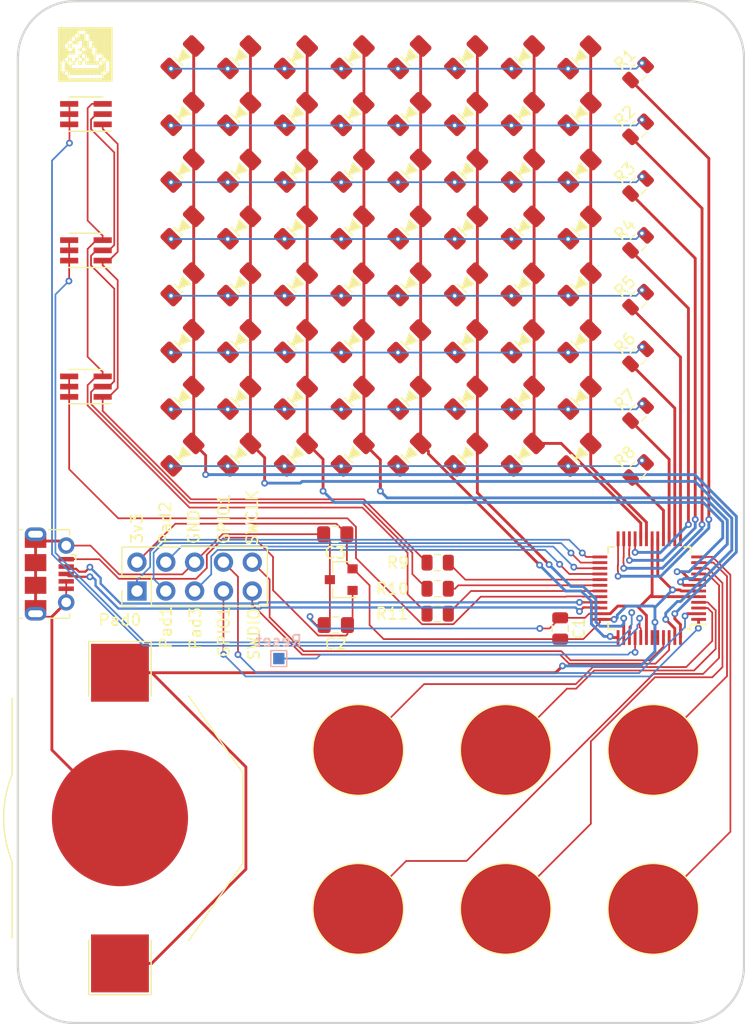
<source format=kicad_pcb>
(kicad_pcb (version 20171130) (host pcbnew 5.1.4+dfsg1-1)
  (layers (0 F.Cu signal) (31 B.Cu signal) (34 B.Paste user) (35 F.Paste user) (36 B.SilkS user) (37 F.SilkS user) (38 B.Mask user) (39 F.Mask user) (44 Edge.Cuts user))
  (net 0 "")
  (net 1 BTN_1)
  (net 2 BTN_4)
  (net 3 BTN_2)
  (net 4 BTN_5)
  (net 5 BTN_3)
  (net 6 BTN_6)
  (net 7 "Net-(D1-Pad1)")
  (net 8 "Net-(D10-Pad1)")
  (net 9 "Net-(D17-Pad1)")
  (net 10 "Net-(D25-Pad1)")
  (net 11 "Net-(D33-Pad1)")
  (net 12 "Net-(D41-Pad1)")
  (net 13 "Net-(D49-Pad1)")
  (net 14 "Net-(D57-Pad1)")
  (net 15 GND)
  (net 16 COL_00)
  (net 17 COL_01)
  (net 18 COL_02)
  (net 19 COL_03)
  (net 20 COL_04)
  (net 21 COL_05)
  (net 22 COL_06)
  (net 23 COL_07)
  (net 24 ROW_00)
  (net 25 ROW_01)
  (net 26 ROW_02)
  (net 27 ROW_03)
  (net 28 ROW_04)
  (net 29 ROW_05)
  (net 30 ROW_06)
  (net 31 ROW_07)
  (net 32 USB+)
  (net 33 USB-)
  (net 34 PAD_3)
  (net 35 PAD_2)
  (net 36 PAD_1)
  (net 37 PAD_0)
  (net 38 RGB_3)
  (net 39 RGB_2)
  (net 40 RGB_1)
  (net 41 RGB_B)
  (net 42 RGB_G)
  (net 43 RGB_R)
  (net 44 "Net-(R9-Pad1)")
  (net 45 "Net-(R10-Pad1)")
  (net 46 "Net-(R11-Pad1)")
  (net 47 +3V3)
  (net 48 VBUS)
  (net 49 SWCLK)
  (net 50 SWDIO)
  (net 51 GPIO_1)
  (net 52 GPIO_0)
  (net 53 "Net-(J3-Pad1)")
  (module "Custom Footprints:LOGO_5x5" (layer F.Cu) (at 113.55 62.35)
    (fp_text reference X1 hide)
    (fp_text value Logo)
  )
  (module TestPoint:TestPoint_Pad_1.0x1.0mm (layer B.Cu) (at 133 117.95)
    (fp_text reference J3)
    (fp_text value Reset (at 0 -1.55) (layer B.SilkS) (effects (justify mirror)))
    (pad 1 smd rect (at 0 0) (size 1 1) (layers B.Cu B.Mask) (net 53 "Net-(J3-Pad1)"))
  )
  (module "Custom Footprints:LED_1206_3216Metric_Clean" (layer F.Cu) (at 154.510051 99.989949 45)
    (fp_text reference D63)
    (fp_text value LED_ALT)
    (pad 2 smd roundrect (at 1.4 0 45) (size 1.25 1.75) (layers F.Cu F.Paste F.Mask) (roundrect_rratio 0.2) (net 22 COL_06))
    (pad 1 smd roundrect (at -1.4 0 45) (size 1.25 1.75) (layers F.Cu F.Paste F.Mask) (roundrect_rratio 0.2) (net 14 "Net-(D57-Pad1)"))
  )
  (module Connector_PinHeader_2.54mm:PinHeader_2x05_P2.54mm_Vertical (layer F.Cu) (at 120.5 112 90)
    (fp_text reference J2)
    (fp_text value Conn_02x05_Odd_Even)
    (pad 10 thru_hole oval (at 2.54 10.16 90) (size 1.7 1.7) (drill 1) (layers *.Cu *.Mask) (net 49 SWCLK))
    (pad 9 thru_hole oval (at 0 10.16 90) (size 1.7 1.7) (drill 1) (layers *.Cu *.Mask) (net 50 SWDIO))
    (pad 8 thru_hole oval (at 2.54 7.62 90) (size 1.7 1.7) (drill 1) (layers *.Cu *.Mask) (net 51 GPIO_1))
    (pad 7 thru_hole oval (at 0 7.62 90) (size 1.7 1.7) (drill 1) (layers *.Cu *.Mask) (net 52 GPIO_0))
    (pad 6 thru_hole oval (at 2.54 5.08 90) (size 1.7 1.7) (drill 1) (layers *.Cu *.Mask) (net 15 GND))
    (pad 5 thru_hole oval (at 0 5.08 90) (size 1.7 1.7) (drill 1) (layers *.Cu *.Mask) (net 34 PAD_3))
    (pad 4 thru_hole oval (at 2.54 2.54 90) (size 1.7 1.7) (drill 1) (layers *.Cu *.Mask) (net 35 PAD_2))
    (pad 3 thru_hole oval (at 0 2.54 90) (size 1.7 1.7) (drill 1) (layers *.Cu *.Mask) (net 36 PAD_1))
    (pad 2 thru_hole oval (at 2.54 0 90) (size 1.7 1.7) (drill 1) (layers *.Cu *.Mask) (net 47 +3V3))
    (pad 1 thru_hole rect (at 0 0 90) (size 1.7 1.7) (drill 1) (layers *.Cu *.Mask) (net 37 PAD_0))
  )
  (module "Custom Footprints:LED_1206_3216Metric_Clean" (layer F.Cu) (at 124.510051 64.989949 45)
    (fp_text reference D1)
    (fp_text value LED_ALT)
    (pad 2 smd roundrect (at 1.4 0 45) (size 1.25 1.75) (layers F.Cu F.Paste F.Mask) (roundrect_rratio 0.2) (net 16 COL_00))
    (pad 1 smd roundrect (at -1.4 0 45) (size 1.25 1.75) (layers F.Cu F.Paste F.Mask) (roundrect_rratio 0.2) (net 7 "Net-(D1-Pad1)"))
  )
  (module "Custom Footprints:LED_1206_3216Metric_Clean" (layer F.Cu) (at 159.5 100 45)
    (fp_text reference D64)
    (fp_text value LED_ALT)
    (pad 2 smd roundrect (at 1.4 0 45) (size 1.25 1.75) (layers F.Cu F.Paste F.Mask) (roundrect_rratio 0.2) (net 23 COL_07))
    (pad 1 smd roundrect (at -1.4 0 45) (size 1.25 1.75) (layers F.Cu F.Paste F.Mask) (roundrect_rratio 0.2) (net 14 "Net-(D57-Pad1)"))
  )
  (module "Custom Footprints:LED_1206_3216Metric_Clean" (layer F.Cu) (at 149.510051 99.989949 45)
    (fp_text reference D62)
    (fp_text value LED_ALT)
    (pad 2 smd roundrect (at 1.4 0 45) (size 1.25 1.75) (layers F.Cu F.Paste F.Mask) (roundrect_rratio 0.2) (net 21 COL_05))
    (pad 1 smd roundrect (at -1.4 0 45) (size 1.25 1.75) (layers F.Cu F.Paste F.Mask) (roundrect_rratio 0.2) (net 14 "Net-(D57-Pad1)"))
  )
  (module "Custom Footprints:LED_1206_3216Metric_Clean" (layer F.Cu) (at 144.510051 99.989949 45)
    (fp_text reference D61)
    (fp_text value LED_ALT)
    (pad 2 smd roundrect (at 1.4 0 45) (size 1.25 1.75) (layers F.Cu F.Paste F.Mask) (roundrect_rratio 0.2) (net 20 COL_04))
    (pad 1 smd roundrect (at -1.4 0 45) (size 1.25 1.75) (layers F.Cu F.Paste F.Mask) (roundrect_rratio 0.2) (net 14 "Net-(D57-Pad1)"))
  )
  (module "Custom Footprints:LED_1206_3216Metric_Clean" (layer F.Cu) (at 139.510051 99.989949 45)
    (fp_text reference D60)
    (fp_text value LED_ALT)
    (pad 2 smd roundrect (at 1.4 0 45) (size 1.25 1.75) (layers F.Cu F.Paste F.Mask) (roundrect_rratio 0.2) (net 19 COL_03))
    (pad 1 smd roundrect (at -1.4 0 45) (size 1.25 1.75) (layers F.Cu F.Paste F.Mask) (roundrect_rratio 0.2) (net 14 "Net-(D57-Pad1)"))
  )
  (module "Custom Footprints:LED_1206_3216Metric_Clean" (layer F.Cu) (at 134.510051 99.989949 45)
    (fp_text reference D59)
    (fp_text value LED_ALT)
    (pad 2 smd roundrect (at 1.4 0 45) (size 1.25 1.75) (layers F.Cu F.Paste F.Mask) (roundrect_rratio 0.2) (net 18 COL_02))
    (pad 1 smd roundrect (at -1.4 0 45) (size 1.25 1.75) (layers F.Cu F.Paste F.Mask) (roundrect_rratio 0.2) (net 14 "Net-(D57-Pad1)"))
  )
  (module "Custom Footprints:LED_1206_3216Metric_Clean" (layer F.Cu) (at 129.510051 99.989949 45)
    (fp_text reference D58)
    (fp_text value LED_ALT)
    (pad 2 smd roundrect (at 1.4 0 45) (size 1.25 1.75) (layers F.Cu F.Paste F.Mask) (roundrect_rratio 0.2) (net 17 COL_01))
    (pad 1 smd roundrect (at -1.4 0 45) (size 1.25 1.75) (layers F.Cu F.Paste F.Mask) (roundrect_rratio 0.2) (net 14 "Net-(D57-Pad1)"))
  )
  (module "Custom Footprints:LED_1206_3216Metric_Clean" (layer F.Cu) (at 124.510051 99.989949 45)
    (fp_text reference D57)
    (fp_text value LED_ALT)
    (pad 2 smd roundrect (at 1.4 0 45) (size 1.25 1.75) (layers F.Cu F.Paste F.Mask) (roundrect_rratio 0.2) (net 16 COL_00))
    (pad 1 smd roundrect (at -1.4 0 45) (size 1.25 1.75) (layers F.Cu F.Paste F.Mask) (roundrect_rratio 0.2) (net 14 "Net-(D57-Pad1)"))
  )
  (module "Custom Footprints:LED_1206_3216Metric_Clean" (layer F.Cu) (at 159.510051 94.989949 45)
    (fp_text reference D56)
    (fp_text value LED_ALT)
    (pad 2 smd roundrect (at 1.4 0 45) (size 1.25 1.75) (layers F.Cu F.Paste F.Mask) (roundrect_rratio 0.2) (net 23 COL_07))
    (pad 1 smd roundrect (at -1.4 0 45) (size 1.25 1.75) (layers F.Cu F.Paste F.Mask) (roundrect_rratio 0.2) (net 13 "Net-(D49-Pad1)"))
  )
  (module "Custom Footprints:LED_1206_3216Metric_Clean" (layer F.Cu) (at 154.510051 94.989949 45)
    (fp_text reference D55)
    (fp_text value LED_ALT)
    (pad 2 smd roundrect (at 1.4 0 45) (size 1.25 1.75) (layers F.Cu F.Paste F.Mask) (roundrect_rratio 0.2) (net 22 COL_06))
    (pad 1 smd roundrect (at -1.4 0 45) (size 1.25 1.75) (layers F.Cu F.Paste F.Mask) (roundrect_rratio 0.2) (net 13 "Net-(D49-Pad1)"))
  )
  (module "Custom Footprints:LED_1206_3216Metric_Clean" (layer F.Cu) (at 149.510051 94.989949 45)
    (fp_text reference D54)
    (fp_text value LED_ALT)
    (pad 2 smd roundrect (at 1.4 0 45) (size 1.25 1.75) (layers F.Cu F.Paste F.Mask) (roundrect_rratio 0.2) (net 21 COL_05))
    (pad 1 smd roundrect (at -1.4 0 45) (size 1.25 1.75) (layers F.Cu F.Paste F.Mask) (roundrect_rratio 0.2) (net 13 "Net-(D49-Pad1)"))
  )
  (module "Custom Footprints:LED_1206_3216Metric_Clean" (layer F.Cu) (at 144.510051 94.989949 45)
    (fp_text reference D53)
    (fp_text value LED_ALT)
    (pad 2 smd roundrect (at 1.4 0 45) (size 1.25 1.75) (layers F.Cu F.Paste F.Mask) (roundrect_rratio 0.2) (net 20 COL_04))
    (pad 1 smd roundrect (at -1.4 0 45) (size 1.25 1.75) (layers F.Cu F.Paste F.Mask) (roundrect_rratio 0.2) (net 13 "Net-(D49-Pad1)"))
  )
  (module "Custom Footprints:LED_1206_3216Metric_Clean" (layer F.Cu) (at 139.510051 94.989949 45)
    (fp_text reference D52)
    (fp_text value LED_ALT)
    (pad 2 smd roundrect (at 1.4 0 45) (size 1.25 1.75) (layers F.Cu F.Paste F.Mask) (roundrect_rratio 0.2) (net 19 COL_03))
    (pad 1 smd roundrect (at -1.4 0 45) (size 1.25 1.75) (layers F.Cu F.Paste F.Mask) (roundrect_rratio 0.2) (net 13 "Net-(D49-Pad1)"))
  )
  (module "Custom Footprints:LED_1206_3216Metric_Clean" (layer F.Cu) (at 134.510051 94.989949 45)
    (fp_text reference D51)
    (fp_text value LED_ALT)
    (pad 2 smd roundrect (at 1.4 0 45) (size 1.25 1.75) (layers F.Cu F.Paste F.Mask) (roundrect_rratio 0.2) (net 18 COL_02))
    (pad 1 smd roundrect (at -1.4 0 45) (size 1.25 1.75) (layers F.Cu F.Paste F.Mask) (roundrect_rratio 0.2) (net 13 "Net-(D49-Pad1)"))
  )
  (module "Custom Footprints:LED_1206_3216Metric_Clean" (layer F.Cu) (at 129.510051 94.989949 45)
    (fp_text reference D50)
    (fp_text value LED_ALT)
    (pad 2 smd roundrect (at 1.4 0 45) (size 1.25 1.75) (layers F.Cu F.Paste F.Mask) (roundrect_rratio 0.2) (net 17 COL_01))
    (pad 1 smd roundrect (at -1.4 0 45) (size 1.25 1.75) (layers F.Cu F.Paste F.Mask) (roundrect_rratio 0.2) (net 13 "Net-(D49-Pad1)"))
  )
  (module "Custom Footprints:LED_1206_3216Metric_Clean" (layer F.Cu) (at 124.510051 94.989949 45)
    (fp_text reference D49)
    (fp_text value LED_ALT)
    (pad 2 smd roundrect (at 1.4 0 45) (size 1.25 1.75) (layers F.Cu F.Paste F.Mask) (roundrect_rratio 0.2) (net 16 COL_00))
    (pad 1 smd roundrect (at -1.4 0 45) (size 1.25 1.75) (layers F.Cu F.Paste F.Mask) (roundrect_rratio 0.2) (net 13 "Net-(D49-Pad1)"))
  )
  (module "Custom Footprints:LED_1206_3216Metric_Clean" (layer F.Cu) (at 159.489949 90.010051 45)
    (fp_text reference D48)
    (fp_text value LED_ALT)
    (pad 2 smd roundrect (at 1.4 0 45) (size 1.25 1.75) (layers F.Cu F.Paste F.Mask) (roundrect_rratio 0.2) (net 23 COL_07))
    (pad 1 smd roundrect (at -1.4 0 45) (size 1.25 1.75) (layers F.Cu F.Paste F.Mask) (roundrect_rratio 0.2) (net 12 "Net-(D41-Pad1)"))
  )
  (module "Custom Footprints:LED_1206_3216Metric_Clean" (layer F.Cu) (at 154.489949 90.010051 45)
    (fp_text reference D47)
    (fp_text value LED_ALT)
    (pad 2 smd roundrect (at 1.4 0 45) (size 1.25 1.75) (layers F.Cu F.Paste F.Mask) (roundrect_rratio 0.2) (net 22 COL_06))
    (pad 1 smd roundrect (at -1.4 0 45) (size 1.25 1.75) (layers F.Cu F.Paste F.Mask) (roundrect_rratio 0.2) (net 12 "Net-(D41-Pad1)"))
  )
  (module "Custom Footprints:LED_1206_3216Metric_Clean" (layer F.Cu) (at 149.5 90 45)
    (fp_text reference D46)
    (fp_text value LED_ALT)
    (pad 2 smd roundrect (at 1.4 0 45) (size 1.25 1.75) (layers F.Cu F.Paste F.Mask) (roundrect_rratio 0.2) (net 21 COL_05))
    (pad 1 smd roundrect (at -1.4 0 45) (size 1.25 1.75) (layers F.Cu F.Paste F.Mask) (roundrect_rratio 0.2) (net 12 "Net-(D41-Pad1)"))
  )
  (module "Custom Footprints:LED_1206_3216Metric_Clean" (layer F.Cu) (at 144.489949 90.010051 45)
    (fp_text reference D45)
    (fp_text value LED_ALT)
    (pad 2 smd roundrect (at 1.4 0 45) (size 1.25 1.75) (layers F.Cu F.Paste F.Mask) (roundrect_rratio 0.2) (net 20 COL_04))
    (pad 1 smd roundrect (at -1.4 0 45) (size 1.25 1.75) (layers F.Cu F.Paste F.Mask) (roundrect_rratio 0.2) (net 12 "Net-(D41-Pad1)"))
  )
  (module "Custom Footprints:LED_1206_3216Metric_Clean" (layer F.Cu) (at 139.510051 89.989949 45)
    (fp_text reference D44)
    (fp_text value LED_ALT)
    (pad 2 smd roundrect (at 1.4 0 45) (size 1.25 1.75) (layers F.Cu F.Paste F.Mask) (roundrect_rratio 0.2) (net 19 COL_03))
    (pad 1 smd roundrect (at -1.4 0 45) (size 1.25 1.75) (layers F.Cu F.Paste F.Mask) (roundrect_rratio 0.2) (net 12 "Net-(D41-Pad1)"))
  )
  (module "Custom Footprints:LED_1206_3216Metric_Clean" (layer F.Cu) (at 134.510051 89.989949 45)
    (fp_text reference D43)
    (fp_text value LED_ALT)
    (pad 2 smd roundrect (at 1.4 0 45) (size 1.25 1.75) (layers F.Cu F.Paste F.Mask) (roundrect_rratio 0.2) (net 18 COL_02))
    (pad 1 smd roundrect (at -1.4 0 45) (size 1.25 1.75) (layers F.Cu F.Paste F.Mask) (roundrect_rratio 0.2) (net 12 "Net-(D41-Pad1)"))
  )
  (module "Custom Footprints:LED_1206_3216Metric_Clean" (layer F.Cu) (at 129.510051 89.989949 45)
    (fp_text reference D42)
    (fp_text value LED_ALT)
    (pad 2 smd roundrect (at 1.4 0 45) (size 1.25 1.75) (layers F.Cu F.Paste F.Mask) (roundrect_rratio 0.2) (net 17 COL_01))
    (pad 1 smd roundrect (at -1.4 0 45) (size 1.25 1.75) (layers F.Cu F.Paste F.Mask) (roundrect_rratio 0.2) (net 12 "Net-(D41-Pad1)"))
  )
  (module "Custom Footprints:LED_1206_3216Metric_Clean" (layer F.Cu) (at 124.510051 89.989949 45)
    (fp_text reference D41)
    (fp_text value LED_ALT)
    (pad 2 smd roundrect (at 1.4 0 45) (size 1.25 1.75) (layers F.Cu F.Paste F.Mask) (roundrect_rratio 0.2) (net 16 COL_00))
    (pad 1 smd roundrect (at -1.4 0 45) (size 1.25 1.75) (layers F.Cu F.Paste F.Mask) (roundrect_rratio 0.2) (net 12 "Net-(D41-Pad1)"))
  )
  (module "Custom Footprints:LED_1206_3216Metric_Clean" (layer F.Cu) (at 159.510051 84.989949 45)
    (fp_text reference D40)
    (fp_text value LED_ALT)
    (pad 2 smd roundrect (at 1.4 0 45) (size 1.25 1.75) (layers F.Cu F.Paste F.Mask) (roundrect_rratio 0.2) (net 23 COL_07))
    (pad 1 smd roundrect (at -1.4 0 45) (size 1.25 1.75) (layers F.Cu F.Paste F.Mask) (roundrect_rratio 0.2) (net 11 "Net-(D33-Pad1)"))
  )
  (module "Custom Footprints:LED_1206_3216Metric_Clean" (layer F.Cu) (at 154.489949 85.010051 45)
    (fp_text reference D39)
    (fp_text value LED_ALT)
    (pad 2 smd roundrect (at 1.4 0 45) (size 1.25 1.75) (layers F.Cu F.Paste F.Mask) (roundrect_rratio 0.2) (net 22 COL_06))
    (pad 1 smd roundrect (at -1.4 0 45) (size 1.25 1.75) (layers F.Cu F.Paste F.Mask) (roundrect_rratio 0.2) (net 11 "Net-(D33-Pad1)"))
  )
  (module "Custom Footprints:LED_1206_3216Metric_Clean" (layer F.Cu) (at 149.5 85 45)
    (fp_text reference D38)
    (fp_text value LED_ALT)
    (pad 2 smd roundrect (at 1.4 0 45) (size 1.25 1.75) (layers F.Cu F.Paste F.Mask) (roundrect_rratio 0.2) (net 21 COL_05))
    (pad 1 smd roundrect (at -1.4 0 45) (size 1.25 1.75) (layers F.Cu F.Paste F.Mask) (roundrect_rratio 0.2) (net 11 "Net-(D33-Pad1)"))
  )
  (module "Custom Footprints:LED_1206_3216Metric_Clean" (layer F.Cu) (at 144.510051 84.989949 45)
    (fp_text reference D37)
    (fp_text value LED_ALT)
    (pad 2 smd roundrect (at 1.4 0 45) (size 1.25 1.75) (layers F.Cu F.Paste F.Mask) (roundrect_rratio 0.2) (net 20 COL_04))
    (pad 1 smd roundrect (at -1.4 0 45) (size 1.25 1.75) (layers F.Cu F.Paste F.Mask) (roundrect_rratio 0.2) (net 11 "Net-(D33-Pad1)"))
  )
  (module "Custom Footprints:LED_1206_3216Metric_Clean" (layer F.Cu) (at 139.489949 85.010051 45)
    (fp_text reference D36)
    (fp_text value LED_ALT)
    (pad 2 smd roundrect (at 1.4 0 45) (size 1.25 1.75) (layers F.Cu F.Paste F.Mask) (roundrect_rratio 0.2) (net 19 COL_03))
    (pad 1 smd roundrect (at -1.4 0 45) (size 1.25 1.75) (layers F.Cu F.Paste F.Mask) (roundrect_rratio 0.2) (net 11 "Net-(D33-Pad1)"))
  )
  (module "Custom Footprints:LED_1206_3216Metric_Clean" (layer F.Cu) (at 134.510051 84.989949 45)
    (fp_text reference D35)
    (fp_text value LED_ALT)
    (pad 2 smd roundrect (at 1.4 0 45) (size 1.25 1.75) (layers F.Cu F.Paste F.Mask) (roundrect_rratio 0.2) (net 18 COL_02))
    (pad 1 smd roundrect (at -1.4 0 45) (size 1.25 1.75) (layers F.Cu F.Paste F.Mask) (roundrect_rratio 0.2) (net 11 "Net-(D33-Pad1)"))
  )
  (module "Custom Footprints:LED_1206_3216Metric_Clean" (layer F.Cu) (at 129.510051 84.989949 45)
    (fp_text reference D34)
    (fp_text value LED_ALT)
    (pad 2 smd roundrect (at 1.4 0 45) (size 1.25 1.75) (layers F.Cu F.Paste F.Mask) (roundrect_rratio 0.2) (net 17 COL_01))
    (pad 1 smd roundrect (at -1.4 0 45) (size 1.25 1.75) (layers F.Cu F.Paste F.Mask) (roundrect_rratio 0.2) (net 11 "Net-(D33-Pad1)"))
  )
  (module "Custom Footprints:LED_1206_3216Metric_Clean" (layer F.Cu) (at 124.510051 84.989949 45)
    (fp_text reference D33)
    (fp_text value LED_ALT)
    (pad 2 smd roundrect (at 1.4 0 45) (size 1.25 1.75) (layers F.Cu F.Paste F.Mask) (roundrect_rratio 0.2) (net 16 COL_00))
    (pad 1 smd roundrect (at -1.4 0 45) (size 1.25 1.75) (layers F.Cu F.Paste F.Mask) (roundrect_rratio 0.2) (net 11 "Net-(D33-Pad1)"))
  )
  (module "Custom Footprints:LED_1206_3216Metric_Clean" (layer F.Cu) (at 159.510051 79.989949 45)
    (fp_text reference D32)
    (fp_text value LED_ALT)
    (pad 2 smd roundrect (at 1.4 0 45) (size 1.25 1.75) (layers F.Cu F.Paste F.Mask) (roundrect_rratio 0.2) (net 23 COL_07))
    (pad 1 smd roundrect (at -1.4 0 45) (size 1.25 1.75) (layers F.Cu F.Paste F.Mask) (roundrect_rratio 0.2) (net 10 "Net-(D25-Pad1)"))
  )
  (module "Custom Footprints:LED_1206_3216Metric_Clean" (layer F.Cu) (at 154.510051 79.989949 45)
    (fp_text reference D31)
    (fp_text value LED_ALT)
    (pad 2 smd roundrect (at 1.4 0 45) (size 1.25 1.75) (layers F.Cu F.Paste F.Mask) (roundrect_rratio 0.2) (net 22 COL_06))
    (pad 1 smd roundrect (at -1.4 0 45) (size 1.25 1.75) (layers F.Cu F.Paste F.Mask) (roundrect_rratio 0.2) (net 10 "Net-(D25-Pad1)"))
  )
  (module "Custom Footprints:LED_1206_3216Metric_Clean" (layer F.Cu) (at 149.510051 79.989949 45)
    (fp_text reference D30)
    (fp_text value LED_ALT)
    (pad 2 smd roundrect (at 1.4 0 45) (size 1.25 1.75) (layers F.Cu F.Paste F.Mask) (roundrect_rratio 0.2) (net 21 COL_05))
    (pad 1 smd roundrect (at -1.4 0 45) (size 1.25 1.75) (layers F.Cu F.Paste F.Mask) (roundrect_rratio 0.2) (net 10 "Net-(D25-Pad1)"))
  )
  (module "Custom Footprints:LED_1206_3216Metric_Clean" (layer F.Cu) (at 144.510051 79.989949 45)
    (fp_text reference D29)
    (fp_text value LED_ALT)
    (pad 2 smd roundrect (at 1.4 0 45) (size 1.25 1.75) (layers F.Cu F.Paste F.Mask) (roundrect_rratio 0.2) (net 20 COL_04))
    (pad 1 smd roundrect (at -1.4 0 45) (size 1.25 1.75) (layers F.Cu F.Paste F.Mask) (roundrect_rratio 0.2) (net 10 "Net-(D25-Pad1)"))
  )
  (module "Custom Footprints:LED_1206_3216Metric_Clean" (layer F.Cu) (at 139.510051 79.989949 45)
    (fp_text reference D28)
    (fp_text value LED_ALT)
    (pad 2 smd roundrect (at 1.4 0 45) (size 1.25 1.75) (layers F.Cu F.Paste F.Mask) (roundrect_rratio 0.2) (net 19 COL_03))
    (pad 1 smd roundrect (at -1.4 0 45) (size 1.25 1.75) (layers F.Cu F.Paste F.Mask) (roundrect_rratio 0.2) (net 10 "Net-(D25-Pad1)"))
  )
  (module "Custom Footprints:LED_1206_3216Metric_Clean" (layer F.Cu) (at 134.510051 79.989949 45)
    (fp_text reference D27)
    (fp_text value LED_ALT)
    (pad 2 smd roundrect (at 1.4 0 45) (size 1.25 1.75) (layers F.Cu F.Paste F.Mask) (roundrect_rratio 0.2) (net 18 COL_02))
    (pad 1 smd roundrect (at -1.4 0 45) (size 1.25 1.75) (layers F.Cu F.Paste F.Mask) (roundrect_rratio 0.2) (net 10 "Net-(D25-Pad1)"))
  )
  (module "Custom Footprints:LED_1206_3216Metric_Clean" (layer F.Cu) (at 129.510051 79.989949 45)
    (fp_text reference D26)
    (fp_text value LED_ALT)
    (pad 2 smd roundrect (at 1.4 0 45) (size 1.25 1.75) (layers F.Cu F.Paste F.Mask) (roundrect_rratio 0.2) (net 17 COL_01))
    (pad 1 smd roundrect (at -1.4 0 45) (size 1.25 1.75) (layers F.Cu F.Paste F.Mask) (roundrect_rratio 0.2) (net 10 "Net-(D25-Pad1)"))
  )
  (module "Custom Footprints:LED_1206_3216Metric_Clean" (layer F.Cu) (at 124.510051 79.989949 45)
    (fp_text reference D25)
    (fp_text value LED_ALT)
    (pad 2 smd roundrect (at 1.4 0 45) (size 1.25 1.75) (layers F.Cu F.Paste F.Mask) (roundrect_rratio 0.2) (net 16 COL_00))
    (pad 1 smd roundrect (at -1.4 0 45) (size 1.25 1.75) (layers F.Cu F.Paste F.Mask) (roundrect_rratio 0.2) (net 10 "Net-(D25-Pad1)"))
  )
  (module "Custom Footprints:LED_1206_3216Metric_Clean" (layer F.Cu) (at 159.510051 74.989949 45)
    (fp_text reference D24)
    (fp_text value LED_ALT)
    (pad 2 smd roundrect (at 1.4 0 45) (size 1.25 1.75) (layers F.Cu F.Paste F.Mask) (roundrect_rratio 0.2) (net 23 COL_07))
    (pad 1 smd roundrect (at -1.4 0 45) (size 1.25 1.75) (layers F.Cu F.Paste F.Mask) (roundrect_rratio 0.2) (net 9 "Net-(D17-Pad1)"))
  )
  (module "Custom Footprints:LED_1206_3216Metric_Clean" (layer F.Cu) (at 154.510051 74.989949 45)
    (fp_text reference D23)
    (fp_text value LED_ALT)
    (pad 2 smd roundrect (at 1.4 0 45) (size 1.25 1.75) (layers F.Cu F.Paste F.Mask) (roundrect_rratio 0.2) (net 22 COL_06))
    (pad 1 smd roundrect (at -1.4 0 45) (size 1.25 1.75) (layers F.Cu F.Paste F.Mask) (roundrect_rratio 0.2) (net 9 "Net-(D17-Pad1)"))
  )
  (module "Custom Footprints:LED_1206_3216Metric_Clean" (layer F.Cu) (at 149.510051 74.989949 45)
    (fp_text reference D22)
    (fp_text value LED_ALT)
    (pad 2 smd roundrect (at 1.4 0 45) (size 1.25 1.75) (layers F.Cu F.Paste F.Mask) (roundrect_rratio 0.2) (net 21 COL_05))
    (pad 1 smd roundrect (at -1.4 0 45) (size 1.25 1.75) (layers F.Cu F.Paste F.Mask) (roundrect_rratio 0.2) (net 9 "Net-(D17-Pad1)"))
  )
  (module "Custom Footprints:LED_1206_3216Metric_Clean" (layer F.Cu) (at 144.510051 74.989949 45)
    (fp_text reference D21)
    (fp_text value LED_ALT)
    (pad 2 smd roundrect (at 1.4 0 45) (size 1.25 1.75) (layers F.Cu F.Paste F.Mask) (roundrect_rratio 0.2) (net 20 COL_04))
    (pad 1 smd roundrect (at -1.4 0 45) (size 1.25 1.75) (layers F.Cu F.Paste F.Mask) (roundrect_rratio 0.2) (net 9 "Net-(D17-Pad1)"))
  )
  (module "Custom Footprints:LED_1206_3216Metric_Clean" (layer F.Cu) (at 139.510051 74.989949 45)
    (fp_text reference D20)
    (fp_text value LED_ALT)
    (pad 2 smd roundrect (at 1.4 0 45) (size 1.25 1.75) (layers F.Cu F.Paste F.Mask) (roundrect_rratio 0.2) (net 19 COL_03))
    (pad 1 smd roundrect (at -1.4 0 45) (size 1.25 1.75) (layers F.Cu F.Paste F.Mask) (roundrect_rratio 0.2) (net 9 "Net-(D17-Pad1)"))
  )
  (module "Custom Footprints:LED_1206_3216Metric_Clean" (layer F.Cu) (at 134.510051 74.989949 45)
    (fp_text reference D19)
    (fp_text value LED_ALT)
    (pad 2 smd roundrect (at 1.4 0 45) (size 1.25 1.75) (layers F.Cu F.Paste F.Mask) (roundrect_rratio 0.2) (net 18 COL_02))
    (pad 1 smd roundrect (at -1.4 0 45) (size 1.25 1.75) (layers F.Cu F.Paste F.Mask) (roundrect_rratio 0.2) (net 9 "Net-(D17-Pad1)"))
  )
  (module "Custom Footprints:LED_1206_3216Metric_Clean" (layer F.Cu) (at 129.510051 74.989949 45)
    (fp_text reference D18)
    (fp_text value LED_ALT)
    (pad 2 smd roundrect (at 1.4 0 45) (size 1.25 1.75) (layers F.Cu F.Paste F.Mask) (roundrect_rratio 0.2) (net 17 COL_01))
    (pad 1 smd roundrect (at -1.4 0 45) (size 1.25 1.75) (layers F.Cu F.Paste F.Mask) (roundrect_rratio 0.2) (net 9 "Net-(D17-Pad1)"))
  )
  (module "Custom Footprints:LED_1206_3216Metric_Clean" (layer F.Cu) (at 124.510051 74.989949 45)
    (fp_text reference D17)
    (fp_text value LED_ALT)
    (pad 2 smd roundrect (at 1.4 0 45) (size 1.25 1.75) (layers F.Cu F.Paste F.Mask) (roundrect_rratio 0.2) (net 16 COL_00))
    (pad 1 smd roundrect (at -1.4 0 45) (size 1.25 1.75) (layers F.Cu F.Paste F.Mask) (roundrect_rratio 0.2) (net 9 "Net-(D17-Pad1)"))
  )
  (module "Custom Footprints:LED_1206_3216Metric_Clean" (layer F.Cu) (at 159.510051 69.989949 45)
    (fp_text reference D16)
    (fp_text value LED_ALT)
    (pad 2 smd roundrect (at 1.4 0 45) (size 1.25 1.75) (layers F.Cu F.Paste F.Mask) (roundrect_rratio 0.2) (net 23 COL_07))
    (pad 1 smd roundrect (at -1.4 0 45) (size 1.25 1.75) (layers F.Cu F.Paste F.Mask) (roundrect_rratio 0.2) (net 8 "Net-(D10-Pad1)"))
  )
  (module "Custom Footprints:LED_1206_3216Metric_Clean" (layer F.Cu) (at 154.510051 69.989949 45)
    (fp_text reference D15)
    (fp_text value LED_ALT)
    (pad 2 smd roundrect (at 1.4 0 45) (size 1.25 1.75) (layers F.Cu F.Paste F.Mask) (roundrect_rratio 0.2) (net 22 COL_06))
    (pad 1 smd roundrect (at -1.4 0 45) (size 1.25 1.75) (layers F.Cu F.Paste F.Mask) (roundrect_rratio 0.2) (net 8 "Net-(D10-Pad1)"))
  )
  (module "Custom Footprints:LED_1206_3216Metric_Clean" (layer F.Cu) (at 149.510051 69.989949 45)
    (fp_text reference D14)
    (fp_text value LED_ALT)
    (pad 2 smd roundrect (at 1.4 0 45) (size 1.25 1.75) (layers F.Cu F.Paste F.Mask) (roundrect_rratio 0.2) (net 21 COL_05))
    (pad 1 smd roundrect (at -1.4 0 45) (size 1.25 1.75) (layers F.Cu F.Paste F.Mask) (roundrect_rratio 0.2) (net 8 "Net-(D10-Pad1)"))
  )
  (module "Custom Footprints:LED_1206_3216Metric_Clean" (layer F.Cu) (at 144.510051 69.989949 45)
    (fp_text reference D13)
    (fp_text value LED_ALT)
    (pad 2 smd roundrect (at 1.4 0 45) (size 1.25 1.75) (layers F.Cu F.Paste F.Mask) (roundrect_rratio 0.2) (net 20 COL_04))
    (pad 1 smd roundrect (at -1.4 0 45) (size 1.25 1.75) (layers F.Cu F.Paste F.Mask) (roundrect_rratio 0.2) (net 8 "Net-(D10-Pad1)"))
  )
  (module "Custom Footprints:LED_1206_3216Metric_Clean" (layer F.Cu) (at 139.489949 70.010051 45)
    (fp_text reference D12)
    (fp_text value LED_ALT)
    (pad 2 smd roundrect (at 1.4 0 45) (size 1.25 1.75) (layers F.Cu F.Paste F.Mask) (roundrect_rratio 0.2) (net 19 COL_03))
    (pad 1 smd roundrect (at -1.4 0 45) (size 1.25 1.75) (layers F.Cu F.Paste F.Mask) (roundrect_rratio 0.2) (net 8 "Net-(D10-Pad1)"))
  )
  (module "Custom Footprints:LED_1206_3216Metric_Clean" (layer F.Cu) (at 134.510051 69.989949 45)
    (fp_text reference D11)
    (fp_text value LED_ALT)
    (pad 2 smd roundrect (at 1.4 0 45) (size 1.25 1.75) (layers F.Cu F.Paste F.Mask) (roundrect_rratio 0.2) (net 18 COL_02))
    (pad 1 smd roundrect (at -1.4 0 45) (size 1.25 1.75) (layers F.Cu F.Paste F.Mask) (roundrect_rratio 0.2) (net 8 "Net-(D10-Pad1)"))
  )
  (module "Custom Footprints:LED_1206_3216Metric_Clean" (layer F.Cu) (at 129.510051 69.989949 45)
    (fp_text reference D10)
    (fp_text value LED_ALT)
    (pad 2 smd roundrect (at 1.4 0 45) (size 1.25 1.75) (layers F.Cu F.Paste F.Mask) (roundrect_rratio 0.2) (net 17 COL_01))
    (pad 1 smd roundrect (at -1.4 0 45) (size 1.25 1.75) (layers F.Cu F.Paste F.Mask) (roundrect_rratio 0.2) (net 8 "Net-(D10-Pad1)"))
  )
  (module "Custom Footprints:LED_1206_3216Metric_Clean" (layer F.Cu) (at 124.510051 69.989949 45)
    (fp_text reference D9)
    (fp_text value LED_ALT)
    (pad 2 smd roundrect (at 1.4 0 45) (size 1.25 1.75) (layers F.Cu F.Paste F.Mask) (roundrect_rratio 0.2) (net 16 COL_00))
    (pad 1 smd roundrect (at -1.4 0 45) (size 1.25 1.75) (layers F.Cu F.Paste F.Mask) (roundrect_rratio 0.2) (net 8 "Net-(D10-Pad1)"))
  )
  (module "Custom Footprints:LED_1206_3216Metric_Clean" (layer F.Cu) (at 159.489949 65.010051 45)
    (fp_text reference D8)
    (fp_text value LED_ALT)
    (pad 2 smd roundrect (at 1.4 0 45) (size 1.25 1.75) (layers F.Cu F.Paste F.Mask) (roundrect_rratio 0.2) (net 23 COL_07))
    (pad 1 smd roundrect (at -1.4 0 45) (size 1.25 1.75) (layers F.Cu F.Paste F.Mask) (roundrect_rratio 0.2) (net 7 "Net-(D1-Pad1)"))
  )
  (module "Custom Footprints:LED_1206_3216Metric_Clean" (layer F.Cu) (at 154.510051 64.989949 45)
    (fp_text reference D7)
    (fp_text value LED_ALT)
    (pad 2 smd roundrect (at 1.4 0 45) (size 1.25 1.75) (layers F.Cu F.Paste F.Mask) (roundrect_rratio 0.2) (net 22 COL_06))
    (pad 1 smd roundrect (at -1.4 0 45) (size 1.25 1.75) (layers F.Cu F.Paste F.Mask) (roundrect_rratio 0.2) (net 7 "Net-(D1-Pad1)"))
  )
  (module "Custom Footprints:LED_1206_3216Metric_Clean" (layer F.Cu) (at 149.510051 64.989949 45)
    (fp_text reference D6)
    (fp_text value LED_ALT)
    (pad 2 smd roundrect (at 1.4 0 45) (size 1.25 1.75) (layers F.Cu F.Paste F.Mask) (roundrect_rratio 0.2) (net 21 COL_05))
    (pad 1 smd roundrect (at -1.4 0 45) (size 1.25 1.75) (layers F.Cu F.Paste F.Mask) (roundrect_rratio 0.2) (net 7 "Net-(D1-Pad1)"))
  )
  (module "Custom Footprints:LED_1206_3216Metric_Clean" (layer F.Cu) (at 144.510051 64.989949 45)
    (fp_text reference D5)
    (fp_text value LED_ALT)
    (pad 2 smd roundrect (at 1.4 0 45) (size 1.25 1.75) (layers F.Cu F.Paste F.Mask) (roundrect_rratio 0.2) (net 20 COL_04))
    (pad 1 smd roundrect (at -1.4 0 45) (size 1.25 1.75) (layers F.Cu F.Paste F.Mask) (roundrect_rratio 0.2) (net 7 "Net-(D1-Pad1)"))
  )
  (module "Custom Footprints:LED_1206_3216Metric_Clean" (layer F.Cu) (at 139.510051 64.989949 45)
    (fp_text reference D4)
    (fp_text value LED_ALT)
    (pad 2 smd roundrect (at 1.4 0 45) (size 1.25 1.75) (layers F.Cu F.Paste F.Mask) (roundrect_rratio 0.2) (net 19 COL_03))
    (pad 1 smd roundrect (at -1.4 0 45) (size 1.25 1.75) (layers F.Cu F.Paste F.Mask) (roundrect_rratio 0.2) (net 7 "Net-(D1-Pad1)"))
  )
  (module "Custom Footprints:LED_1206_3216Metric_Clean" (layer F.Cu) (at 134.510051 64.989949 45)
    (fp_text reference D3)
    (fp_text value LED_ALT)
    (pad 2 smd roundrect (at 1.4 0 45) (size 1.25 1.75) (layers F.Cu F.Paste F.Mask) (roundrect_rratio 0.2) (net 18 COL_02))
    (pad 1 smd roundrect (at -1.4 0 45) (size 1.25 1.75) (layers F.Cu F.Paste F.Mask) (roundrect_rratio 0.2) (net 7 "Net-(D1-Pad1)"))
  )
  (module "Custom Footprints:LED_1206_3216Metric_Clean" (layer F.Cu) (at 129.510051 64.989949 45)
    (fp_text reference D2)
    (fp_text value LED_ALT)
    (pad 2 smd roundrect (at 1.4 0 45) (size 1.25 1.75) (layers F.Cu F.Paste F.Mask) (roundrect_rratio 0.2) (net 17 COL_01))
    (pad 1 smd roundrect (at -1.4 0 45) (size 1.25 1.75) (layers F.Cu F.Paste F.Mask) (roundrect_rratio 0.2) (net 7 "Net-(D1-Pad1)"))
  )
  (module Package_TO_SOT_SMD:SOT-23 (layer F.Cu) (at 138.5 111 180)
    (fp_text reference U2)
    (fp_text value AP7333-33SRG-7)
    (pad 3 smd rect (at 1 0 180) (size 0.9 0.8) (layers F.Cu F.Paste F.Mask) (net 15 GND))
    (pad 2 smd rect (at -1 0.95 180) (size 0.9 0.8) (layers F.Cu F.Paste F.Mask) (net 47 +3V3))
    (pad 1 smd rect (at -1 -0.95 180) (size 0.9 0.8) (layers F.Cu F.Paste F.Mask) (net 48 VBUS))
  )
  (module Capacitor_SMD:C_0805_2012Metric_Pad1.15x1.40mm_HandSolder (layer F.Cu) (at 137.975 107 180)
    (fp_text reference C3 (at 0 -1.65) (layer F.SilkS))
    (fp_text value 1uF)
    (pad 2 smd roundrect (at 1.025 0 180) (size 1.15 1.4) (layers F.Cu F.Paste F.Mask) (roundrect_rratio 0.217391) (net 15 GND))
    (pad 1 smd roundrect (at -1.025 0 180) (size 1.15 1.4) (layers F.Cu F.Paste F.Mask) (roundrect_rratio 0.217391) (net 47 +3V3))
  )
  (module Capacitor_SMD:C_0805_2012Metric_Pad1.15x1.40mm_HandSolder (layer F.Cu) (at 138.025 115 180)
    (fp_text reference C2 (at 0 -1.65) (layer F.SilkS))
    (fp_text value 1uF)
    (pad 2 smd roundrect (at 1.025 0 180) (size 1.15 1.4) (layers F.Cu F.Paste F.Mask) (roundrect_rratio 0.217391) (net 15 GND))
    (pad 1 smd roundrect (at -1.025 0 180) (size 1.15 1.4) (layers F.Cu F.Paste F.Mask) (roundrect_rratio 0.217391) (net 48 VBUS))
  )
  (module Connector_USB:USB_Micro-B_Molex-105017-0001 (layer F.Cu) (at 112.8 110.5 270)
    (fp_text reference J1)
    (fp_text value USB_B_Micro)
    (pad 6 smd rect (at -2.9 1.2375 270) (size 1.2 1.9) (layers F.Cu F.Mask) (net 15 GND))
    (pad 6 smd rect (at 2.9 1.2375 270) (size 1.2 1.9) (layers F.Cu F.Mask) (net 15 GND))
    (pad 6 thru_hole oval (at 3.5 1.2375 270) (size 1.2 1.9) (drill oval 0.6 1.3) (layers *.Cu *.Mask) (net 15 GND))
    (pad 6 thru_hole oval (at -3.5 1.2375 90) (size 1.2 1.9) (drill oval 0.6 1.3) (layers *.Cu *.Mask) (net 15 GND))
    (pad 6 smd rect (at -1 1.2375 270) (size 1.5 1.9) (layers F.Cu F.Paste F.Mask) (net 15 GND))
    (pad 6 thru_hole circle (at 2.5 -1.4625 270) (size 1.45 1.45) (drill 0.85) (layers *.Cu *.Mask) (net 15 GND))
    (pad 3 smd rect (at 0 -1.4625 270) (size 0.4 1.35) (layers F.Cu F.Paste F.Mask) (net 32 USB+))
    (pad 4 smd rect (at 0.65 -1.4625 270) (size 0.4 1.35) (layers F.Cu F.Paste F.Mask) (net 15 GND))
    (pad 5 smd rect (at 1.3 -1.4625 270) (size 0.4 1.35) (layers F.Cu F.Paste F.Mask) (net 15 GND))
    (pad 1 smd rect (at -1.3 -1.4625 270) (size 0.4 1.35) (layers F.Cu F.Paste F.Mask) (net 48 VBUS))
    (pad 2 smd rect (at -0.65 -1.4625 270) (size 0.4 1.35) (layers F.Cu F.Paste F.Mask) (net 33 USB-))
    (pad 6 thru_hole circle (at -2.5 -1.4625 270) (size 1.45 1.45) (drill 0.85) (layers *.Cu *.Mask) (net 15 GND))
    (pad 6 smd rect (at 1 1.2375 270) (size 1.5 1.9) (layers F.Cu F.Paste F.Mask) (net 15 GND))
  )
  (module Resistor_SMD:R_0805_2012Metric (layer F.Cu) (at 147 114 180)
    (fp_text reference R11 (at 4 0) (layer F.SilkS))
    (fp_text value 300R)
    (pad 2 smd roundrect (at 0.9375 0 180) (size 0.975 1.4) (layers F.Cu F.Paste F.Mask) (net 41 RGB_B))
    (pad 1 smd roundrect (at -0.9375 0 180) (size 0.975 1.4) (layers F.Cu F.Paste F.Mask) (net 46 "Net-(R11-Pad1)"))
  )
  (module Resistor_SMD:R_0805_2012Metric (layer F.Cu) (at 147 111.8 180)
    (fp_text reference R10 (at 4 0) (layer F.SilkS))
    (fp_text value 300R)
    (pad 2 smd roundrect (at 0.9375 0 180) (size 0.975 1.4) (layers F.Cu F.Paste F.Mask) (net 43 RGB_R))
    (pad 1 smd roundrect (at -0.9375 0 180) (size 0.975 1.4) (layers F.Cu F.Paste F.Mask) (net 45 "Net-(R10-Pad1)"))
  )
  (module Resistor_SMD:R_0805_2012Metric (layer F.Cu) (at 147 109.5 180)
    (fp_text reference R9 (at 3.5 0) (layer F.SilkS))
    (fp_text value 300R)
    (pad 2 smd roundrect (at 0.9375 0 180) (size 0.975 1.4) (layers F.Cu F.Paste F.Mask) (net 42 RGB_G))
    (pad 1 smd roundrect (at -0.9375 0 180) (size 0.975 1.4) (layers F.Cu F.Paste F.Mask) (net 44 "Net-(R9-Pad1)"))
  )
  (module LED_SMD:LED_Avago_PLCC6_3x2.8mm (layer F.Cu) (at 116 70 180)
    (fp_text reference D67)
    (fp_text value LED_RGB_CA)
    (pad 1 smd rect (at -1.475 -0.9 180) (size 1.6 0.5) (layers F.Cu F.Paste F.Mask) (net 42 RGB_G))
    (pad 2 smd rect (at -1.475 0 180) (size 1.6 0.5) (layers F.Cu F.Paste F.Mask) (net 43 RGB_R))
    (pad 3 smd rect (at -1.475 0.9 180) (size 1.6 0.5) (layers F.Cu F.Paste F.Mask) (net 41 RGB_B))
    (pad 4 smd rect (at 1.475 0.9 180) (size 1.6 0.5) (layers F.Cu F.Paste F.Mask) (net 38 RGB_3))
    (pad 5 smd rect (at 1.475 0 180) (size 1.6 0.5) (layers F.Cu F.Paste F.Mask) (net 38 RGB_3))
    (pad 6 smd rect (at 1.475 -0.9 180) (size 1.6 0.5) (layers F.Cu F.Paste F.Mask) (net 38 RGB_3))
  )
  (module LED_SMD:LED_Avago_PLCC6_3x2.8mm (layer F.Cu) (at 116 82 180)
    (fp_text reference D66)
    (fp_text value LED_RGB_CA)
    (pad 1 smd rect (at -1.475 -0.9 180) (size 1.6 0.5) (layers F.Cu F.Paste F.Mask) (net 42 RGB_G))
    (pad 2 smd rect (at -1.475 0 180) (size 1.6 0.5) (layers F.Cu F.Paste F.Mask) (net 43 RGB_R))
    (pad 3 smd rect (at -1.475 0.9 180) (size 1.6 0.5) (layers F.Cu F.Paste F.Mask) (net 41 RGB_B))
    (pad 4 smd rect (at 1.475 0.9 180) (size 1.6 0.5) (layers F.Cu F.Paste F.Mask) (net 39 RGB_2))
    (pad 5 smd rect (at 1.475 0 180) (size 1.6 0.5) (layers F.Cu F.Paste F.Mask) (net 39 RGB_2))
    (pad 6 smd rect (at 1.475 -0.9 180) (size 1.6 0.5) (layers F.Cu F.Paste F.Mask) (net 39 RGB_2))
  )
  (module LED_SMD:LED_Avago_PLCC6_3x2.8mm (layer F.Cu) (at 116 94 180)
    (fp_text reference D65)
    (fp_text value LED_RGB_CA)
    (pad 1 smd rect (at -1.475 -0.9 180) (size 1.6 0.5) (layers F.Cu F.Paste F.Mask) (net 42 RGB_G))
    (pad 2 smd rect (at -1.475 0 180) (size 1.6 0.5) (layers F.Cu F.Paste F.Mask) (net 43 RGB_R))
    (pad 3 smd rect (at -1.475 0.9 180) (size 1.6 0.5) (layers F.Cu F.Paste F.Mask) (net 41 RGB_B))
    (pad 4 smd rect (at 1.475 0.9 180) (size 1.6 0.5) (layers F.Cu F.Paste F.Mask) (net 40 RGB_1))
    (pad 5 smd rect (at 1.475 0 180) (size 1.6 0.5) (layers F.Cu F.Paste F.Mask) (net 40 RGB_1))
    (pad 6 smd rect (at 1.475 -0.9 180) (size 1.6 0.5) (layers F.Cu F.Paste F.Mask) (net 40 RGB_1))
  )
  (module Capacitor_SMD:C_0805_2012Metric (layer F.Cu) (at 157.8 115.3 270)
    (fp_text reference C1 (at 0 -1.65 90) (layer F.SilkS))
    (fp_text value C)
    (pad 2 smd roundrect (at 0.9375 0 270) (size 0.975 1.4) (layers F.Cu F.Paste F.Mask) (net 47 +3V3))
    (pad 1 smd roundrect (at -0.9375 0 270) (size 0.975 1.4) (layers F.Cu F.Paste F.Mask) (net 15 GND))
  )
  (module Battery:BatteryHolder_Keystone_3002_1x2032 (layer F.Cu) (at 119 132 90)
    (fp_text reference BT1)
    (fp_text value Battery_Cell)
    (pad 2 smd circle (at 0 0 90) (size 12 12) (layers F.Cu F.Mask) (net 15 GND))
    (pad 1 smd rect (at -12.8 0 90) (size 5.1 5.1) (layers F.Cu F.Paste F.Mask) (net 47 +3V3))
    (pad 1 smd rect (at 12.8 0 90) (size 5.1 5.1) (layers F.Cu F.Paste F.Mask) (net 47 +3V3))
  )
  (module "Custom Footprints:CapTouch_D8.0mm" (layer F.Cu) (at 166 140)
    (fp_text reference SW8)
    (fp_text value SW_CapTouch)
    (pad 1 smd circle (at 0 0) (size 8 8) (layers F.Cu) (net 6 BTN_6))
  )
  (module "Custom Footprints:CapTouch_D8.0mm" (layer F.Cu) (at 166 126)
    (fp_text reference SW7)
    (fp_text value SW_CapTouch)
    (pad 1 smd circle (at 0 0) (size 8 8) (layers F.Cu) (net 5 BTN_3))
  )
  (module "Custom Footprints:CapTouch_D8.0mm" (layer F.Cu) (at 153 140)
    (fp_text reference SW5)
    (fp_text value SW_CapTouch)
    (pad 1 smd circle (at 0 0) (size 8 8) (layers F.Cu) (net 4 BTN_5))
  )
  (module "Custom Footprints:CapTouch_D8.0mm" (layer F.Cu) (at 153 126)
    (fp_text reference SW4)
    (fp_text value SW_CapTouch)
    (pad 1 smd circle (at 0 0) (size 8 8) (layers F.Cu) (net 3 BTN_2))
  )
  (module "Custom Footprints:CapTouch_D8.0mm" (layer F.Cu) (at 140 140)
    (fp_text reference SW2)
    (fp_text value SW_CapTouch)
    (pad 1 smd circle (at 0 0) (size 8 8) (layers F.Cu) (net 2 BTN_4))
  )
  (module "Custom Footprints:CapTouch_D8.0mm" (layer F.Cu) (at 140 126)
    (fp_text reference SW1)
    (fp_text value SW_CapTouch)
    (pad 1 smd circle (at 0 0) (size 8 8) (layers F.Cu) (net 1 BTN_1))
  )
  (module Resistor_SMD:R_0805_2012Metric (layer F.Cu) (at 164.662913 101.337087 45)
    (fp_text reference R8 (at 0 -1.65 45) (layer F.SilkS))
    (fp_text value 1.3k)
    (pad 2 smd roundrect (at 0.9375 0 45) (size 0.975 1.4) (layers F.Cu F.Paste F.Mask) (net 14 "Net-(D57-Pad1)"))
    (pad 1 smd roundrect (at -0.9375 0 45) (size 0.975 1.4) (layers F.Cu F.Paste F.Mask) (net 31 ROW_07))
  )
  (module Resistor_SMD:R_0805_2012Metric (layer F.Cu) (at 164.662913 96.337087 45)
    (fp_text reference R7 (at 0 -1.65 45) (layer F.SilkS))
    (fp_text value 1.3k)
    (pad 2 smd roundrect (at 0.9375 0 45) (size 0.975 1.4) (layers F.Cu F.Paste F.Mask) (net 13 "Net-(D49-Pad1)"))
    (pad 1 smd roundrect (at -0.9375 0 45) (size 0.975 1.4) (layers F.Cu F.Paste F.Mask) (net 30 ROW_06))
  )
  (module Resistor_SMD:R_0805_2012Metric (layer F.Cu) (at 164.662913 91.337087 45)
    (fp_text reference R6 (at 0 -1.65 45) (layer F.SilkS))
    (fp_text value 1.3k)
    (pad 2 smd roundrect (at 0.9375 0 45) (size 0.975 1.4) (layers F.Cu F.Paste F.Mask) (net 12 "Net-(D41-Pad1)"))
    (pad 1 smd roundrect (at -0.9375 0 45) (size 0.975 1.4) (layers F.Cu F.Paste F.Mask) (net 29 ROW_05))
  )
  (module Resistor_SMD:R_0805_2012Metric (layer F.Cu) (at 164.662913 86.337087 45)
    (fp_text reference R5 (at 0 -1.65 45) (layer F.SilkS))
    (fp_text value 1.3k)
    (pad 2 smd roundrect (at 0.9375 0 45) (size 0.975 1.4) (layers F.Cu F.Paste F.Mask) (net 11 "Net-(D33-Pad1)"))
    (pad 1 smd roundrect (at -0.9375 0 45) (size 0.975 1.4) (layers F.Cu F.Paste F.Mask) (net 28 ROW_04))
  )
  (module Resistor_SMD:R_0805_2012Metric (layer F.Cu) (at 164.662913 81.337087 45)
    (fp_text reference R4 (at 0 -1.65 45) (layer F.SilkS))
    (fp_text value 1.3k)
    (pad 2 smd roundrect (at 0.9375 0 45) (size 0.975 1.4) (layers F.Cu F.Paste F.Mask) (net 10 "Net-(D25-Pad1)"))
    (pad 1 smd roundrect (at -0.9375 0 45) (size 0.975 1.4) (layers F.Cu F.Paste F.Mask) (net 27 ROW_03))
  )
  (module Resistor_SMD:R_0805_2012Metric (layer F.Cu) (at 164.662913 76.337087 45)
    (fp_text reference R3 (at 0 -1.65 45) (layer F.SilkS))
    (fp_text value 1.3k)
    (pad 2 smd roundrect (at 0.9375 0 45) (size 0.975 1.4) (layers F.Cu F.Paste F.Mask) (net 9 "Net-(D17-Pad1)"))
    (pad 1 smd roundrect (at -0.9375 0 45) (size 0.975 1.4) (layers F.Cu F.Paste F.Mask) (net 26 ROW_02))
  )
  (module Resistor_SMD:R_0805_2012Metric (layer F.Cu) (at 164.662913 71.337087 45)
    (fp_text reference R2 (at 0 -1.65 45) (layer F.SilkS))
    (fp_text value 1.3k)
    (pad 2 smd roundrect (at 0.9375 0 45) (size 0.975 1.4) (layers F.Cu F.Paste F.Mask) (net 8 "Net-(D10-Pad1)"))
    (pad 1 smd roundrect (at -0.9375 0 45) (size 0.975 1.4) (layers F.Cu F.Paste F.Mask) (net 25 ROW_01))
  )
  (module Resistor_SMD:R_0805_2012Metric (layer F.Cu) (at 164.662913 66.337087 45)
    (fp_text reference R1 (at 0 -1.65 45) (layer F.SilkS))
    (fp_text value 1.3k)
    (pad 2 smd roundrect (at 0.9375 0 45) (size 0.975 1.4) (layers F.Cu F.Paste F.Mask) (net 7 "Net-(D1-Pad1)"))
    (pad 1 smd roundrect (at -0.9375 0 45) (size 0.975 1.4) (layers F.Cu F.Paste F.Mask) (net 24 ROW_00))
  )
  (module Package_QFP:TQFP-48_7x7mm_P0.5mm (layer F.Cu) (at 165.65 111.75 180)
    (fp_text reference U1)
    (fp_text value SAMD21G)
    (pad 48 smd rect (at -2.75 -4.35 270) (size 1.3 0.25) (layers F.Cu F.Paste F.Mask) (net 16 COL_00))
    (pad 47 smd rect (at -2.25 -4.35 270) (size 1.3 0.25) (layers F.Cu F.Paste F.Mask) (net 17 COL_01))
    (pad 46 smd rect (at -1.75 -4.35 270) (size 1.3 0.25) (layers F.Cu F.Paste F.Mask) (net 50 SWDIO))
    (pad 45 smd rect (at -1.25 -4.35 270) (size 1.3 0.25) (layers F.Cu F.Paste F.Mask) (net 49 SWCLK))
    (pad 44 smd rect (at -0.75 -4.35 270) (size 1.3 0.25) (layers F.Cu F.Paste F.Mask) (net 47 +3V3))
    (pad 43 smd rect (at -0.25 -4.35 270) (size 1.3 0.25) (layers F.Cu F.Paste F.Mask) (net 47 +3V3))
    (pad 42 smd rect (at 0.25 -4.35 270) (size 1.3 0.25) (layers F.Cu F.Paste F.Mask) (net 15 GND))
    (pad 41 smd rect (at 0.75 -4.35 270) (size 1.3 0.25) (layers F.Cu F.Paste F.Mask) (net 38 RGB_3))
    (pad 40 smd rect (at 1.25 -4.35 270) (size 1.3 0.25) (layers F.Cu F.Paste F.Mask) (net 53 "Net-(J3-Pad1)"))
    (pad 39 smd rect (at 1.75 -4.35 270) (size 1.3 0.25) (layers F.Cu F.Paste F.Mask) (net 39 RGB_2))
    (pad 38 smd rect (at 2.25 -4.35 270) (size 1.3 0.25) (layers F.Cu F.Paste F.Mask) (net 21 COL_05))
    (pad 37 smd rect (at 2.75 -4.35 270) (size 1.3 0.25) (layers F.Cu F.Paste F.Mask) (net 20 COL_04))
    (pad 36 smd rect (at 4.35 -2.75 180) (size 1.3 0.25) (layers F.Cu F.Paste F.Mask) (net 47 +3V3))
    (pad 35 smd rect (at 4.35 -2.25 180) (size 1.3 0.25) (layers F.Cu F.Paste F.Mask) (net 15 GND))
    (pad 34 smd rect (at 4.35 -1.75 180) (size 1.3 0.25) (layers F.Cu F.Paste F.Mask) (net 32 USB+))
    (pad 33 smd rect (at 4.35 -1.25 180) (size 1.3 0.25) (layers F.Cu F.Paste F.Mask) (net 33 USB-))
    (pad 32 smd rect (at 4.35 -0.75 180) (size 1.3 0.25) (layers F.Cu F.Paste F.Mask) (net 40 RGB_1))
    (pad 31 smd rect (at 4.35 -0.25 180) (size 1.3 0.25) (layers F.Cu F.Paste F.Mask) (net 46 "Net-(R11-Pad1)"))
    (pad 30 smd rect (at 4.35 0.25 180) (size 1.3 0.25) (layers F.Cu F.Paste F.Mask) (net 45 "Net-(R10-Pad1)"))
    (pad 29 smd rect (at 4.35 0.75 180) (size 1.3 0.25) (layers F.Cu F.Paste F.Mask) (net 44 "Net-(R9-Pad1)"))
    (pad 28 smd rect (at 4.35 1.25 180) (size 1.3 0.25) (layers F.Cu F.Paste F.Mask) (net 34 PAD_3))
    (pad 27 smd rect (at 4.35 1.75 180) (size 1.3 0.25) (layers F.Cu F.Paste F.Mask) (net 35 PAD_2))
    (pad 26 smd rect (at 4.35 2.25 180) (size 1.3 0.25) (layers F.Cu F.Paste F.Mask) (net 36 PAD_1))
    (pad 25 smd rect (at 4.35 2.75 180) (size 1.3 0.25) (layers F.Cu F.Paste F.Mask) (net 37 PAD_0))
    (pad 24 smd rect (at 2.75 4.35 270) (size 1.3 0.25) (layers F.Cu F.Paste F.Mask) (net 24 ROW_00))
    (pad 23 smd rect (at 2.25 4.35 270) (size 1.3 0.25) (layers F.Cu F.Paste F.Mask) (net 25 ROW_01))
    (pad 22 smd rect (at 1.75 4.35 270) (size 1.3 0.25) (layers F.Cu F.Paste F.Mask) (net 26 ROW_02))
    (pad 21 smd rect (at 1.25 4.35 270) (size 1.3 0.25) (layers F.Cu F.Paste F.Mask) (net 27 ROW_03))
    (pad 20 smd rect (at 0.75 4.35 270) (size 1.3 0.25) (layers F.Cu F.Paste F.Mask) (net 22 COL_06))
    (pad 19 smd rect (at 0.25 4.35 270) (size 1.3 0.25) (layers F.Cu F.Paste F.Mask) (net 23 COL_07))
    (pad 18 smd rect (at -0.25 4.35 270) (size 1.3 0.25) (layers F.Cu F.Paste F.Mask) (net 15 GND))
    (pad 17 smd rect (at -0.75 4.35 270) (size 1.3 0.25) (layers F.Cu F.Paste F.Mask) (net 47 +3V3))
    (pad 16 smd rect (at -1.25 4.35 270) (size 1.3 0.25) (layers F.Cu F.Paste F.Mask) (net 31 ROW_07))
    (pad 15 smd rect (at -1.75 4.35 270) (size 1.3 0.25) (layers F.Cu F.Paste F.Mask) (net 30 ROW_06))
    (pad 14 smd rect (at -2.25 4.35 270) (size 1.3 0.25) (layers F.Cu F.Paste F.Mask) (net 29 ROW_05))
    (pad 13 smd rect (at -2.75 4.35 270) (size 1.3 0.25) (layers F.Cu F.Paste F.Mask) (net 28 ROW_04))
    (pad 12 smd rect (at -4.35 2.75 180) (size 1.3 0.25) (layers F.Cu F.Paste F.Mask) (net 6 BTN_6))
    (pad 11 smd rect (at -4.35 2.25 180) (size 1.3 0.25) (layers F.Cu F.Paste F.Mask) (net 5 BTN_3))
    (pad 10 smd rect (at -4.35 1.75 180) (size 1.3 0.25) (layers F.Cu F.Paste F.Mask) (net 4 BTN_5))
    (pad 9 smd rect (at -4.35 1.25 180) (size 1.3 0.25) (layers F.Cu F.Paste F.Mask) (net 2 BTN_4))
    (pad 8 smd rect (at -4.35 0.75 180) (size 1.3 0.25) (layers F.Cu F.Paste F.Mask) (net 18 COL_02))
    (pad 7 smd rect (at -4.35 0.25 180) (size 1.3 0.25) (layers F.Cu F.Paste F.Mask) (net 19 COL_03))
    (pad 6 smd rect (at -4.35 -0.25 180) (size 1.3 0.25) (layers F.Cu F.Paste F.Mask) (net 47 +3V3))
    (pad 5 smd rect (at -4.35 -0.75 180) (size 1.3 0.25) (layers F.Cu F.Paste F.Mask) (net 15 GND))
    (pad 4 smd rect (at -4.35 -1.25 180) (size 1.3 0.25) (layers F.Cu F.Paste F.Mask) (net 3 BTN_2))
    (pad 3 smd rect (at -4.35 -1.75 180) (size 1.3 0.25) (layers F.Cu F.Paste F.Mask) (net 1 BTN_1))
    (pad 2 smd rect (at -4.35 -2.25 180) (size 1.3 0.25) (layers F.Cu F.Paste F.Mask) (net 51 GPIO_1))
    (pad 1 smd rect (at -4.35 -2.75 180) (size 1.3 0.25) (layers F.Cu F.Paste F.Mask) (net 52 GPIO_0))
  )
  (gr_text SWDIO (at 130.8 115.8 90) (layer F.SilkS) (effects (font (size 1 1))))
  (gr_text GPIO1 (at 128.15 115.6 90) (layer F.SilkS) (effects (font (size 1 1))))
  (gr_text Pad3 (at 125.65 115.3 90) (layer F.SilkS) (effects (font (size 1 1))))
  (gr_text Pad1 (at 123.05 115.2 90) (layer F.SilkS) (effects (font (size 1 1))))
  (gr_text Pad0 (at 119 114.55) (layer F.SilkS) (effects (font (size 1 1))))
  (gr_text SWCLK (at 130.65 105.55 90) (layer F.SilkS) (effects (font (size 1 1))))
  (gr_text GPIO1 (at 128.15 105.65 90) (layer F.SilkS) (effects (font (size 1 1))))
  (gr_text GND (at 125.5 106.35 90) (layer F.SilkS) (effects (font (size 1 1))))
  (gr_text Pad2 (at 123 106 90) (layer F.SilkS) (effects (font (size 1 1))))
  (gr_text 3v3 (at 120.5 106.5 90) (layer F.SilkS) (effects (font (size 1 1))))
  (gr_line (start 113.9604 60.159301) (end 113.454901 60.2947) (layer Edge.Cuts) (width 0.2))
  (gr_line (start 114.477401 60.0774) (end 113.9604 60.159301) (layer Edge.Cuts) (width 0.2))
  (gr_line (start 115 60.05) (end 114.477401 60.0774) (layer Edge.Cuts) (width 0.2))
  (gr_line (start 169 60.05) (end 115 60.05) (layer Edge.Cuts) (width 0.2))
  (gr_line (start 169.52263 60.0774) (end 169 60.05) (layer Edge.Cuts) (width 0.2))
  (gr_line (start 170.03955 60.159301) (end 169.52263 60.0774) (layer Edge.Cuts) (width 0.2))
  (gr_line (start 170.54507 60.2947) (end 170.03955 60.159301) (layer Edge.Cuts) (width 0.2))
  (gr_line (start 171.03368 60.4823) (end 170.54507 60.2947) (layer Edge.Cuts) (width 0.2))
  (gr_line (start 171.5 60.7199) (end 171.03368 60.4823) (layer Edge.Cuts) (width 0.2))
  (gr_line (start 171.93892 61.0049) (end 171.5 60.7199) (layer Edge.Cuts) (width 0.2))
  (gr_line (start 172.34564 61.3343) (end 171.93892 61.0049) (layer Edge.Cuts) (width 0.2))
  (gr_line (start 172.71571 61.7044) (end 172.34564 61.3343) (layer Edge.Cuts) (width 0.2))
  (gr_line (start 173.045074 62.1111) (end 172.71571 61.7044) (layer Edge.Cuts) (width 0.2))
  (gr_line (start 173.330124 62.55) (end 173.045074 62.1111) (layer Edge.Cuts) (width 0.2))
  (gr_line (start 173.567719 63.0163) (end 173.330124 62.55) (layer Edge.Cuts) (width 0.2))
  (gr_line (start 173.75528 63.5049) (end 173.567719 63.0163) (layer Edge.Cuts) (width 0.2))
  (gr_line (start 173.890732 64.0104) (end 173.75528 63.5049) (layer Edge.Cuts) (width 0.2))
  (gr_line (start 173.972595 64.5274) (end 173.890732 64.0104) (layer Edge.Cuts) (width 0.2))
  (gr_line (start 174 65.05) (end 173.972595 64.5274) (layer Edge.Cuts) (width 0.2))
  (gr_line (start 174 145.05) (end 174 65.05) (layer Edge.Cuts) (width 0.2))
  (gr_line (start 173.972595 145.57263) (end 174 145.05) (layer Edge.Cuts) (width 0.2))
  (gr_line (start 173.890732 146.08955) (end 173.972595 145.57263) (layer Edge.Cuts) (width 0.2))
  (gr_line (start 173.75528 146.59507) (end 173.890732 146.08955) (layer Edge.Cuts) (width 0.2))
  (gr_line (start 173.567719 147.08368) (end 173.75528 146.59507) (layer Edge.Cuts) (width 0.2))
  (gr_line (start 173.330124 147.55) (end 173.567719 147.08368) (layer Edge.Cuts) (width 0.2))
  (gr_line (start 173.045074 147.98892) (end 173.330124 147.55) (layer Edge.Cuts) (width 0.2))
  (gr_line (start 172.71571 148.39564) (end 173.045074 147.98892) (layer Edge.Cuts) (width 0.2))
  (gr_line (start 172.34564 148.76571) (end 172.71571 148.39564) (layer Edge.Cuts) (width 0.2))
  (gr_line (start 171.93892 149.095074) (end 172.34564 148.76571) (layer Edge.Cuts) (width 0.2))
  (gr_line (start 171.5 149.380124) (end 171.93892 149.095074) (layer Edge.Cuts) (width 0.2))
  (gr_line (start 171.03368 149.617719) (end 171.5 149.380124) (layer Edge.Cuts) (width 0.2))
  (gr_line (start 170.54507 149.80528) (end 171.03368 149.617719) (layer Edge.Cuts) (width 0.2))
  (gr_line (start 170.03955 149.940732) (end 170.54507 149.80528) (layer Edge.Cuts) (width 0.2))
  (gr_line (start 169.52263 150.022596) (end 170.03955 149.940732) (layer Edge.Cuts) (width 0.2))
  (gr_line (start 169 150.05) (end 169.52263 150.022596) (layer Edge.Cuts) (width 0.2))
  (gr_line (start 115 150.05) (end 169 150.05) (layer Edge.Cuts) (width 0.2))
  (gr_line (start 114.477401 150.022596) (end 115 150.05) (layer Edge.Cuts) (width 0.2))
  (gr_line (start 113.9604 149.940732) (end 114.477401 150.022596) (layer Edge.Cuts) (width 0.2))
  (gr_line (start 113.454901 149.80528) (end 113.9604 149.940732) (layer Edge.Cuts) (width 0.2))
  (gr_line (start 112.9663 149.617719) (end 113.454901 149.80528) (layer Edge.Cuts) (width 0.2))
  (gr_line (start 112.5 149.380124) (end 112.9663 149.617719) (layer Edge.Cuts) (width 0.2))
  (gr_line (start 112.061101 149.095074) (end 112.5 149.380124) (layer Edge.Cuts) (width 0.2))
  (gr_line (start 111.654401 148.76571) (end 112.061101 149.095074) (layer Edge.Cuts) (width 0.2))
  (gr_line (start 111.284301 148.39564) (end 111.654401 148.76571) (layer Edge.Cuts) (width 0.2))
  (gr_line (start 110.954901 147.98892) (end 111.284301 148.39564) (layer Edge.Cuts) (width 0.2))
  (gr_line (start 110.6699 147.55) (end 110.954901 147.98892) (layer Edge.Cuts) (width 0.2))
  (gr_line (start 110.4323 147.08368) (end 110.6699 147.55) (layer Edge.Cuts) (width 0.2))
  (gr_line (start 110.244701 146.59507) (end 110.4323 147.08368) (layer Edge.Cuts) (width 0.2))
  (gr_line (start 110.1093 146.08955) (end 110.244701 146.59507) (layer Edge.Cuts) (width 0.2))
  (gr_line (start 110.0274 145.57263) (end 110.1093 146.08955) (layer Edge.Cuts) (width 0.2))
  (gr_line (start 110 145.05) (end 110.0274 145.57263) (layer Edge.Cuts) (width 0.2))
  (gr_line (start 110 65.05) (end 110 145.05) (layer Edge.Cuts) (width 0.2))
  (gr_line (start 110.0274 64.5274) (end 110 65.05) (layer Edge.Cuts) (width 0.2))
  (gr_line (start 110.1093 64.0104) (end 110.0274 64.5274) (layer Edge.Cuts) (width 0.2))
  (gr_line (start 110.244701 63.5049) (end 110.1093 64.0104) (layer Edge.Cuts) (width 0.2))
  (gr_line (start 110.4323 63.0163) (end 110.244701 63.5049) (layer Edge.Cuts) (width 0.2))
  (gr_line (start 110.6699 62.55) (end 110.4323 63.0163) (layer Edge.Cuts) (width 0.2))
  (gr_line (start 110.954901 62.1111) (end 110.6699 62.55) (layer Edge.Cuts) (width 0.2))
  (gr_line (start 111.284301 61.7044) (end 110.954901 62.1111) (layer Edge.Cuts) (width 0.2))
  (gr_line (start 111.654401 61.3343) (end 111.284301 61.7044) (layer Edge.Cuts) (width 0.2))
  (gr_line (start 112.061101 61.0049) (end 111.654401 61.3343) (layer Edge.Cuts) (width 0.2))
  (gr_line (start 112.5 60.7199) (end 112.061101 61.0049) (layer Edge.Cuts) (width 0.2))
  (gr_line (start 112.9663 60.4823) (end 112.5 60.7199) (layer Edge.Cuts) (width 0.2))
  (gr_line (start 113.454901 60.2947) (end 112.9663 60.4823) (layer Edge.Cuts) (width 0.2))
  (via (at 162.2 116) (size 0.6) (drill 0.3) (layers F.Cu B.Cu) (net 20))
  (via (at 163.4 114.4) (size 0.6) (drill 0.3) (layers F.Cu B.Cu) (net 21))
  (via (at 164.1 113.9) (size 0.6) (drill 0.3) (layers F.Cu B.Cu) (net 39))
  (via (at 164.8 114.4) (size 0.6) (drill 0.3) (layers F.Cu B.Cu) (net 38))
  (via (at 164.4 117.4) (size 0.6) (drill 0.3) (layers F.Cu B.Cu) (net 53))
  (via (at 159.5 113.8) (size 0.6) (drill 0.3) (layers F.Cu B.Cu) (net 32))
  (via (at 159.5 113) (size 0.6) (drill 0.3) (layers F.Cu B.Cu) (net 33))
  (via (at 168.8 114.2) (size 0.6) (drill 0.3) (layers F.Cu B.Cu) (net 51))
  (via (at 167.9 114) (size 0.6) (drill 0.3) (layers F.Cu B.Cu) (net 16))
  (via (at 167.7 111.9) (size 0.6) (drill 0.3) (layers F.Cu B.Cu) (net 47))
  (via (at 168.4 111.2) (size 0.6) (drill 0.3) (layers F.Cu B.Cu) (net 19))
  (via (at 164.4 108.6) (size 0.6) (drill 0.3) (layers F.Cu B.Cu) (net 27))
  (via (at 163.9 109.3) (size 0.6) (drill 0.3) (layers F.Cu B.Cu) (net 26))
  (via (at 163.4 110) (size 0.6) (drill 0.3) (layers F.Cu B.Cu) (net 25))
  (via (at 162.9 110.7) (size 0.6) (drill 0.3) (layers F.Cu B.Cu) (net 24))
  (via (at 116.35 110.75) (size 0.6) (drill 0.3) (layers F.Cu B.Cu) (net 32))
  (segment (start 169.70002 117.89998) (end 171.19998 116.40002) (width 0.15) (layer F.Cu) (net 1))
  (segment (start 170.8 113.5) (end 170 113.5) (width 0.15) (layer F.Cu) (net 1))
  (segment (start 171.19998 113.89998) (end 170.8 113.5) (width 0.15) (layer F.Cu) (net 1))
  (segment (start 171.19998 116.40002) (end 171.19998 113.89998) (width 0.15) (layer F.Cu) (net 1))
  (segment (start 159.175722 120.2) (end 160.675742 118.69998) (width 0.15) (layer F.Cu) (net 1))
  (segment (start 140 126) (end 145.8 120.2) (width 0.15) (layer F.Cu) (net 1))
  (segment (start 145.8 120.2) (end 159.175722 120.2) (width 0.15) (layer F.Cu) (net 1))
  (segment (start 160.675742 118.69998) (end 168.90002 118.69998) (width 0.15) (layer F.Cu) (net 1))
  (segment (start 169.70002 117.89998) (end 168.90002 118.69998) (width 0.15) (layer F.Cu) (net 1))
  (segment (start 144.225001 135.774999) (end 140 140) (width 0.15) (layer F.Cu) (net 2))
  (segment (start 166.02272 119.3) (end 149.547721 135.774999) (width 0.15) (layer F.Cu) (net 2))
  (segment (start 149.547721 135.774999) (end 144.225001 135.774999) (width 0.15) (layer F.Cu) (net 2))
  (segment (start 170.8 110.5) (end 171.8 111.5) (width 0.15) (layer F.Cu) (net 2))
  (segment (start 170 110.5) (end 170.8 110.5) (width 0.15) (layer F.Cu) (net 2))
  (segment (start 171.8 111.5) (end 171.8 117.9) (width 0.15) (layer F.Cu) (net 2))
  (segment (start 171.8 117.9) (end 170.4 119.3) (width 0.15) (layer F.Cu) (net 2))
  (segment (start 170.4 119.3) (end 166.02272 119.3) (width 0.15) (layer F.Cu) (net 2))
  (segment (start 153 126) (end 158.4 120.6) (width 0.15) (layer F.Cu) (net 3))
  (segment (start 158.4 120.6) (end 159.2 120.6) (width 0.15) (layer F.Cu) (net 3))
  (segment (start 159.2 120.6) (end 159.3 120.5) (width 0.15) (layer F.Cu) (net 3))
  (segment (start 159.3 120.5) (end 160.80001 118.99999) (width 0.15) (layer F.Cu) (net 3))
  (segment (start 169.8 118.8) (end 169.60001 118.99999) (width 0.15) (layer F.Cu) (net 3))
  (segment (start 171.49999 117.10001) (end 169.8 118.8) (width 0.15) (layer F.Cu) (net 3))
  (segment (start 160.80001 118.99999) (end 169.60001 118.99999) (width 0.15) (layer F.Cu) (net 3))
  (segment (start 170 113) (end 170.8 113) (width 0.15) (layer F.Cu) (net 3))
  (segment (start 170.8 113) (end 171.49999 113.69999) (width 0.15) (layer F.Cu) (net 3))
  (segment (start 171.49999 113.69999) (end 171.49999 117.10001) (width 0.15) (layer F.Cu) (net 3))
  (segment (start 153 140) (end 160.5 132.5) (width 0.15) (layer F.Cu) (net 4))
  (segment (start 160.5 132.5) (end 160.5 125.246998) (width 0.15) (layer F.Cu) (net 4))
  (segment (start 172 118.8) (end 172.1 118.7) (width 0.15) (layer F.Cu) (net 4))
  (segment (start 170.8 110) (end 170 110) (width 0.15) (layer F.Cu) (net 4))
  (segment (start 172.1 111.3) (end 170.8 110) (width 0.15) (layer F.Cu) (net 4))
  (segment (start 172.1 118.7) (end 172.1 111.3) (width 0.15) (layer F.Cu) (net 4))
  (segment (start 160.5 125.246998) (end 165.173499 120.573499) (width 0.15) (layer F.Cu) (net 4))
  (segment (start 172 118.8) (end 171.2 119.6) (width 0.15) (layer F.Cu) (net 4))
  (segment (start 166.946998 119.6) (end 171.2 119.6) (width 0.15) (layer F.Cu) (net 4))
  (segment (start 165.173499 120.573499) (end 165.923499 119.823499) (width 0.15) (layer F.Cu) (net 4))
  (segment (start 165.923499 119.823499) (end 166.146988 119.60001) (width 0.15) (layer F.Cu) (net 4))
  (segment (start 166.146988 119.60001) (end 167 119.60001) (width 0.15) (layer F.Cu) (net 4))
  (segment (start 166 126) (end 172.5 119.5) (width 0.15) (layer F.Cu) (net 5))
  (segment (start 170.8 109.5) (end 170 109.5) (width 0.15) (layer F.Cu) (net 5))
  (segment (start 171.3 109.5) (end 170.8 109.5) (width 0.15) (layer F.Cu) (net 5))
  (segment (start 172.5 110.7) (end 171.3 109.5) (width 0.15) (layer F.Cu) (net 5))
  (segment (start 172.5 119.5) (end 172.5 110.7) (width 0.15) (layer F.Cu) (net 5))
  (segment (start 171.224278 109) (end 170 109) (width 0.15) (layer F.Cu) (net 6))
  (segment (start 172.800009 110.575731) (end 171.224278 109) (width 0.15) (layer F.Cu) (net 6))
  (segment (start 166 140) (end 172.80001 133.19999) (width 0.15) (layer F.Cu) (net 6))
  (segment (start 172.80001 133.19999) (end 172.800009 110.575731) (width 0.15) (layer F.Cu) (net 6))
  (via (at 165 65.5) (size 0.6) (drill 0.3) (layers F.Cu B.Cu) (net 7))
  (via (at 158.5 66) (size 0.6) (drill 0.3) (layers F.Cu B.Cu) (net 7))
  (via (at 153.5 66) (size 0.6) (drill 0.3) (layers F.Cu B.Cu) (net 7))
  (via (at 148.5 66) (size 0.6) (drill 0.3) (layers F.Cu B.Cu) (net 7))
  (via (at 143.5 66) (size 0.6) (drill 0.3) (layers F.Cu B.Cu) (net 7))
  (via (at 138.5 66) (size 0.6) (drill 0.3) (layers F.Cu B.Cu) (net 7))
  (via (at 133.5 66) (size 0.6) (drill 0.3) (layers F.Cu B.Cu) (net 7))
  (via (at 128.5 66) (size 0.6) (drill 0.3) (layers F.Cu B.Cu) (net 7))
  (via (at 123.5 66) (size 0.6) (drill 0.3) (layers F.Cu B.Cu) (net 7))
  (segment (start 123.5 66) (end 158.5 66) (width 0.15) (layer B.Cu) (net 7))
  (segment (start 165 65.5) (end 164.5 66) (width 0.15) (layer B.Cu) (net 7))
  (segment (start 158.5 66) (end 164.5 66) (width 0.15) (layer B.Cu) (net 7))
  (via (at 123.5 71) (size 0.6) (drill 0.3) (layers F.Cu B.Cu) (net 8))
  (via (at 128.5 71) (size 0.6) (drill 0.3) (layers F.Cu B.Cu) (net 8))
  (via (at 133.5 71) (size 0.6) (drill 0.3) (layers F.Cu B.Cu) (net 8))
  (via (at 138.5 71) (size 0.6) (drill 0.3) (layers F.Cu B.Cu) (net 8))
  (via (at 143.5 71) (size 0.6) (drill 0.3) (layers F.Cu B.Cu) (net 8))
  (via (at 148.5 71) (size 0.6) (drill 0.3) (layers F.Cu B.Cu) (net 8))
  (via (at 153.5 71) (size 0.6) (drill 0.3) (layers F.Cu B.Cu) (net 8))
  (via (at 158.5 71) (size 0.6) (drill 0.3) (layers F.Cu B.Cu) (net 8))
  (via (at 165 70.5) (size 0.6) (drill 0.3) (layers F.Cu B.Cu) (net 8))
  (segment (start 123.5 71) (end 158.5 71) (width 0.15) (layer B.Cu) (net 8))
  (segment (start 164.5 71) (end 165 70.5) (width 0.15) (layer B.Cu) (net 8))
  (segment (start 158.5 71) (end 164.5 71) (width 0.15) (layer B.Cu) (net 8))
  (via (at 165 75.5) (size 0.6) (drill 0.3) (layers F.Cu B.Cu) (net 9))
  (via (at 158.5 76) (size 0.6) (drill 0.3) (layers F.Cu B.Cu) (net 9))
  (via (at 153.5 76) (size 0.6) (drill 0.3) (layers F.Cu B.Cu) (net 9))
  (via (at 148.5 76) (size 0.6) (drill 0.3) (layers F.Cu B.Cu) (net 9))
  (via (at 143.5 76) (size 0.6) (drill 0.3) (layers F.Cu B.Cu) (net 9))
  (via (at 138.5 76) (size 0.6) (drill 0.3) (layers F.Cu B.Cu) (net 9))
  (via (at 133.5 76) (size 0.6) (drill 0.3) (layers F.Cu B.Cu) (net 9))
  (via (at 128.5 76) (size 0.6) (drill 0.3) (layers F.Cu B.Cu) (net 9))
  (via (at 123.5 76) (size 0.6) (drill 0.3) (layers F.Cu B.Cu) (net 9))
  (segment (start 164.5 76) (end 165 75.5) (width 0.15) (layer B.Cu) (net 9))
  (segment (start 123.5 76) (end 164.5 76) (width 0.15) (layer B.Cu) (net 9))
  (via (at 123.5 81) (size 0.6) (drill 0.3) (layers F.Cu B.Cu) (net 10))
  (via (at 128.5 81) (size 0.6) (drill 0.3) (layers F.Cu B.Cu) (net 10))
  (via (at 133.5 81) (size 0.6) (drill 0.3) (layers F.Cu B.Cu) (net 10))
  (via (at 138.5 81) (size 0.6) (drill 0.3) (layers F.Cu B.Cu) (net 10))
  (via (at 143.5 81) (size 0.6) (drill 0.3) (layers F.Cu B.Cu) (net 10))
  (via (at 148.5 81) (size 0.6) (drill 0.3) (layers F.Cu B.Cu) (net 10))
  (via (at 153.5 81) (size 0.6) (drill 0.3) (layers F.Cu B.Cu) (net 10))
  (via (at 158.5 81) (size 0.6) (drill 0.3) (layers F.Cu B.Cu) (net 10))
  (via (at 165 80.5) (size 0.6) (drill 0.3) (layers F.Cu B.Cu) (net 10))
  (segment (start 164.5 81) (end 165 80.5) (width 0.15) (layer B.Cu) (net 10))
  (segment (start 123.5 81) (end 164.5 81) (width 0.15) (layer B.Cu) (net 10))
  (via (at 165 85.5) (size 0.6) (drill 0.3) (layers F.Cu B.Cu) (net 11))
  (via (at 158.5 86) (size 0.6) (drill 0.3) (layers F.Cu B.Cu) (net 11))
  (via (at 153.5 86) (size 0.6) (drill 0.3) (layers F.Cu B.Cu) (net 11))
  (via (at 148.5 86) (size 0.6) (drill 0.3) (layers F.Cu B.Cu) (net 11))
  (via (at 143.5 86) (size 0.6) (drill 0.3) (layers F.Cu B.Cu) (net 11))
  (via (at 138.5 86) (size 0.6) (drill 0.3) (layers F.Cu B.Cu) (net 11))
  (via (at 133.5 86) (size 0.6) (drill 0.3) (layers F.Cu B.Cu) (net 11))
  (via (at 128.5 86) (size 0.6) (drill 0.3) (layers F.Cu B.Cu) (net 11))
  (via (at 123.5 86) (size 0.6) (drill 0.3) (layers F.Cu B.Cu) (net 11))
  (segment (start 164.5 86) (end 165 85.5) (width 0.15) (layer B.Cu) (net 11))
  (segment (start 123.5 86) (end 164.5 86) (width 0.15) (layer B.Cu) (net 11))
  (via (at 123.5 91) (size 0.6) (drill 0.3) (layers F.Cu B.Cu) (net 12))
  (via (at 128.5 91) (size 0.6) (drill 0.3) (layers F.Cu B.Cu) (net 12))
  (via (at 133.5 91) (size 0.6) (drill 0.3) (layers F.Cu B.Cu) (net 12))
  (via (at 138.5 91) (size 0.6) (drill 0.3) (layers F.Cu B.Cu) (net 12))
  (via (at 143.5 91) (size 0.6) (drill 0.3) (layers F.Cu B.Cu) (net 12))
  (via (at 148.5 91) (size 0.6) (drill 0.3) (layers F.Cu B.Cu) (net 12))
  (via (at 153.5 91) (size 0.6) (drill 0.3) (layers F.Cu B.Cu) (net 12))
  (via (at 158.5 91) (size 0.6) (drill 0.3) (layers F.Cu B.Cu) (net 12))
  (via (at 165 90.5) (size 0.6) (drill 0.3) (layers F.Cu B.Cu) (net 12))
  (segment (start 164.5 91) (end 165 90.5) (width 0.15) (layer B.Cu) (net 12))
  (segment (start 123.5 91) (end 164.5 91) (width 0.15) (layer B.Cu) (net 12))
  (via (at 165 95.5) (size 0.6) (drill 0.3) (layers F.Cu B.Cu) (net 13))
  (via (at 158.5 96) (size 0.6) (drill 0.3) (layers F.Cu B.Cu) (net 13))
  (via (at 153.5 96) (size 0.6) (drill 0.3) (layers F.Cu B.Cu) (net 13))
  (via (at 148.5 96) (size 0.6) (drill 0.3) (layers F.Cu B.Cu) (net 13))
  (via (at 143.5 96) (size 0.6) (drill 0.3) (layers F.Cu B.Cu) (net 13))
  (via (at 138.5 96) (size 0.6) (drill 0.3) (layers F.Cu B.Cu) (net 13))
  (via (at 133.5 96) (size 0.6) (drill 0.3) (layers F.Cu B.Cu) (net 13))
  (via (at 128.5 96) (size 0.6) (drill 0.3) (layers F.Cu B.Cu) (net 13))
  (via (at 123.5 96) (size 0.6) (drill 0.3) (layers F.Cu B.Cu) (net 13))
  (segment (start 164.5 96) (end 165 95.5) (width 0.15) (layer B.Cu) (net 13))
  (segment (start 123.5 96) (end 164.5 96) (width 0.15) (layer B.Cu) (net 13))
  (via (at 123.5 101) (size 0.6) (drill 0.3) (layers F.Cu B.Cu) (net 14))
  (via (at 128.5 101) (size 0.6) (drill 0.3) (layers F.Cu B.Cu) (net 14))
  (via (at 133.5 101) (size 0.6) (drill 0.3) (layers F.Cu B.Cu) (net 14))
  (via (at 138.5 101) (size 0.6) (drill 0.3) (layers F.Cu B.Cu) (net 14))
  (via (at 143.5 101) (size 0.6) (drill 0.3) (layers F.Cu B.Cu) (net 14))
  (via (at 148.5 101) (size 0.6) (drill 0.3) (layers F.Cu B.Cu) (net 14))
  (via (at 153.5 101) (size 0.6) (drill 0.3) (layers F.Cu B.Cu) (net 14))
  (via (at 158.5 101) (size 0.6) (drill 0.3) (layers F.Cu B.Cu) (net 14))
  (via (at 165 100.5) (size 0.6) (drill 0.3) (layers F.Cu B.Cu) (net 14))
  (segment (start 164.5 101) (end 165 100.5) (width 0.15) (layer B.Cu) (net 14))
  (segment (start 123.5 101) (end 164.5 101) (width 0.15) (layer B.Cu) (net 14))
  (segment (start 160.5 114) (end 161.3 114) (width 0.15) (layer F.Cu) (net 15))
  (segment (start 160.344998 114) (end 160.5 114) (width 0.15) (layer F.Cu) (net 15))
  (segment (start 159.982498 114.3625) (end 160.344998 114) (width 0.15) (layer F.Cu) (net 15))
  (segment (start 157.8 114.3625) (end 159.982498 114.3625) (width 0.15) (layer F.Cu) (net 15))
  (segment (start 128.04 107) (end 125.58 109.46) (width 0.15) (layer F.Cu) (net 15))
  (segment (start 136.95 107) (end 128.04 107) (width 0.15) (layer F.Cu) (net 15))
  (segment (start 137.5 114.5) (end 137 115) (width 0.15) (layer F.Cu) (net 15))
  (segment (start 137.5 111) (end 137.5 114.5) (width 0.15) (layer F.Cu) (net 15))
  (segment (start 137.5 107.55) (end 136.95 107) (width 0.15) (layer F.Cu) (net 15))
  (segment (start 137.5 111) (end 137.5 107.55) (width 0.15) (layer F.Cu) (net 15))
  (segment (start 124.504999 110.535001) (end 118.935001 110.535001) (width 0.15) (layer F.Cu) (net 15))
  (segment (start 125.58 109.46) (end 124.504999 110.535001) (width 0.15) (layer F.Cu) (net 15))
  (segment (start 116.4 108) (end 114.2625 108) (width 0.15) (layer F.Cu) (net 15))
  (segment (start 118.935001 110.535001) (end 116.4 108) (width 0.15) (layer F.Cu) (net 15))
  (segment (start 114.2625 111.15) (end 114.2625 113) (width 0.15) (layer F.Cu) (net 15))
  (segment (start 137 115) (end 137 115) (width 0.15) (layer F.Cu) (net 15))
  (segment (start 156.8625 115.3) (end 157.8 114.3625) (width 0.15) (layer F.Cu) (net 15))
  (segment (start 156 115.3) (end 156.8625 115.3) (width 0.15) (layer F.Cu) (net 15))
  (segment (start 156 115.3) (end 156 115.3) (width 0.15) (layer B.Cu) (net 15))
  (segment (start 136.517158 115.3) (end 137.3 115.3) (width 0.15) (layer B.Cu) (net 15))
  (segment (start 135.75 114.532842) (end 136.517158 115.3) (width 0.15) (layer B.Cu) (net 15))
  (segment (start 135.75 114.25) (end 135.75 114.532842) (width 0.15) (layer B.Cu) (net 15))
  (segment (start 136.325 115) (end 137 115) (width 0.15) (layer F.Cu) (net 15))
  (segment (start 135.9 114.575) (end 136.325 115) (width 0.15) (layer F.Cu) (net 15))
  (segment (start 135.75 114.532842) (end 135.75 114.25) (width 0.15) (layer F.Cu) (net 15))
  (segment (start 135.792158 114.575) (end 135.75 114.532842) (width 0.15) (layer F.Cu) (net 15))
  (segment (start 135.9 114.575) (end 135.792158 114.575) (width 0.15) (layer F.Cu) (net 15))
  (segment (start 111.5625 107.6) (end 111.5625 114) (width 0.25) (layer F.Cu) (net 15))
  (segment (start 113.8625 107.6) (end 114.2625 108) (width 0.25) (layer F.Cu) (net 15))
  (segment (start 111.5625 107.6) (end 113.8625 107.6) (width 0.25) (layer F.Cu) (net 15))
  (segment (start 169.1 112.5) (end 170 112.5) (width 0.25) (layer F.Cu) (net 15))
  (segment (start 170 112.5) (end 165.7 112.5) (width 0.25) (layer F.Cu) (net 15))
  (segment (start 165.9 112.3) (end 165.7 112.5) (width 0.25) (layer F.Cu) (net 15))
  (segment (start 165.9 107.4) (end 165.9 112.3) (width 0.25) (layer F.Cu) (net 15))
  (segment (start 113.537501 113.724999) (end 114.2625 113) (width 0.25) (layer F.Cu) (net 15))
  (segment (start 113.000001 114.262499) (end 113.537501 113.724999) (width 0.25) (layer F.Cu) (net 15))
  (segment (start 113.000001 126.000001) (end 113.000001 114.262499) (width 0.25) (layer F.Cu) (net 15))
  (segment (start 119 132) (end 113.000001 126.000001) (width 0.25) (layer F.Cu) (net 15))
  (segment (start 111.674999 114.262499) (end 113.000001 114.262499) (width 0.15) (layer F.Cu) (net 15))
  (segment (start 111.5625 114.15) (end 111.674999 114.262499) (width 0.15) (layer F.Cu) (net 15))
  (segment (start 111.5625 107.6) (end 111.5625 107) (width 0.25) (layer F.Cu) (net 15))
  (segment (start 135.75 114.25) (end 135.75 114.25) (width 0.15) (layer F.Cu) (net 15))
  (via (at 135.75 114.25) (size 0.6) (drill 0.3) (layers F.Cu B.Cu) (net 15))
  (segment (start 156 115.3) (end 137.3 115.3) (width 0.15) (layer B.Cu) (net 15))
  (via (at 156 115.3) (size 0.6) (drill 0.3) (layers F.Cu B.Cu) (net 15))
  (segment (start 165.4 115.2) (end 165.4 116.1) (width 0.25) (layer F.Cu) (net 15))
  (segment (start 165.4 114.148998) (end 165.4 115.2) (width 0.25) (layer F.Cu) (net 15))
  (segment (start 164.576001 113.324999) (end 165.4 114.148998) (width 0.25) (layer F.Cu) (net 15))
  (segment (start 162.875001 113.324999) (end 164.576001 113.324999) (width 0.25) (layer F.Cu) (net 15))
  (segment (start 162.2 114) (end 162.875001 113.324999) (width 0.25) (layer F.Cu) (net 15))
  (segment (start 161.3 114) (end 162.2 114) (width 0.25) (layer F.Cu) (net 15))
  (segment (start 164.875001 113.324999) (end 165.7 112.5) (width 0.25) (layer F.Cu) (net 15))
  (segment (start 164.576001 113.324999) (end 164.875001 113.324999) (width 0.25) (layer F.Cu) (net 15))
  (segment (start 125.5 64) (end 125.5 99) (width 0.25) (layer F.Cu) (net 16))
  (segment (start 125.5 99) (end 125.5 99) (width 0.25) (layer F.Cu) (net 16))
  (via (at 126.55 101.75) (size 0.6) (drill 0.3) (layers F.Cu B.Cu) (net 16))
  (segment (start 168.4 116.1) (end 168.4 114.95) (width 0.25) (layer F.Cu) (net 16))
  (segment (start 126.55 100.05) (end 125.5 99) (width 0.25) (layer F.Cu) (net 16))
  (segment (start 126.55 101.75) (end 126.55 100.05) (width 0.25) (layer F.Cu) (net 16))
  (segment (start 167.9 114.45) (end 167.9 114) (width 0.25) (layer F.Cu) (net 16))
  (segment (start 168.4 114.95) (end 167.9 114.45) (width 0.25) (layer F.Cu) (net 16))
  (segment (start 169.650097 101.75) (end 126.55 101.75) (width 0.25) (layer B.Cu) (net 16))
  (segment (start 173.325031 105.424933) (end 169.650097 101.75) (width 0.25) (layer B.Cu) (net 16))
  (segment (start 167.9 114) (end 173.325031 108.574969) (width 0.25) (layer B.Cu) (net 16))
  (segment (start 173.325031 108.574969) (end 173.325031 105.424933) (width 0.25) (layer B.Cu) (net 16))
  (segment (start 130.5 99) (end 130.5 99) (width 0.25) (layer F.Cu) (net 17))
  (segment (start 130.5 99) (end 130.5 64) (width 0.25) (layer F.Cu) (net 17))
  (via (at 131.75 102.5) (size 0.6) (drill 0.3) (layers F.Cu B.Cu) (net 17))
  (segment (start 131.75 100.25) (end 130.5 99) (width 0.25) (layer F.Cu) (net 17))
  (via (at 167.1 114.5) (size 0.6) (drill 0.3) (layers F.Cu B.Cu) (net 17))
  (segment (start 167.9 115.3) (end 167.1 114.5) (width 0.25) (layer F.Cu) (net 17))
  (segment (start 167.9 116.1) (end 167.9 115.3) (width 0.25) (layer F.Cu) (net 17))
  (segment (start 167.1 113.948998) (end 167.1 114.5) (width 0.25) (layer B.Cu) (net 17))
  (segment (start 168.123999 112.924999) (end 167.1 113.948998) (width 0.25) (layer B.Cu) (net 17))
  (segment (start 169.684398 102.35) (end 172.925021 105.590622) (width 0.25) (layer B.Cu) (net 17))
  (segment (start 172.925021 108.409281) (end 168.409303 112.924999) (width 0.25) (layer B.Cu) (net 17))
  (segment (start 172.925021 105.590622) (end 172.925021 108.409281) (width 0.25) (layer B.Cu) (net 17))
  (segment (start 168.409303 112.924999) (end 168.123999 112.924999) (width 0.25) (layer B.Cu) (net 17))
  (segment (start 135.05 102.35) (end 169.684398 102.35) (width 0.25) (layer B.Cu) (net 17))
  (segment (start 131.75 100.25) (end 131.75 102.5) (width 0.25) (layer F.Cu) (net 17))
  (segment (start 134.9 102.5) (end 131.75 102.5) (width 0.25) (layer B.Cu) (net 17))
  (segment (start 135.05 102.35) (end 134.9 102.5) (width 0.25) (layer B.Cu) (net 17))
  (segment (start 135.5 64) (end 135.5 99) (width 0.25) (layer F.Cu) (net 18))
  (segment (start 135.5 99) (end 135.5 99) (width 0.25) (layer F.Cu) (net 18))
  (via (at 136.9 103.2) (size 0.6) (drill 0.3) (layers F.Cu B.Cu) (net 18))
  (via (at 168.1 110.3) (size 0.6) (drill 0.3) (layers F.Cu B.Cu) (net 18))
  (segment (start 169.229998 111) (end 170 111) (width 0.25) (layer F.Cu) (net 18))
  (segment (start 168.529998 110.3) (end 169.229998 111) (width 0.25) (layer F.Cu) (net 18))
  (segment (start 168.1 110.3) (end 168.529998 110.3) (width 0.25) (layer F.Cu) (net 18))
  (segment (start 136.9 100.4) (end 135.5 99) (width 0.25) (layer F.Cu) (net 18))
  (segment (start 136.9 103.2) (end 136.9 100.4) (width 0.25) (layer F.Cu) (net 18))
  (segment (start 137.9 104.2) (end 136.9 103.2) (width 0.25) (layer B.Cu) (net 18))
  (segment (start 169.15 110.3) (end 172.125001 107.324999) (width 0.25) (layer B.Cu) (net 18))
  (segment (start 172.125001 107.324999) (end 172.125001 105.921999) (width 0.25) (layer B.Cu) (net 18))
  (segment (start 168.1 110.3) (end 169.15 110.3) (width 0.25) (layer B.Cu) (net 18))
  (segment (start 172.125001 105.921999) (end 170.403002 104.2) (width 0.25) (layer B.Cu) (net 18))
  (segment (start 170.403002 104.2) (end 137.9 104.2) (width 0.25) (layer B.Cu) (net 18))
  (segment (start 140.5 99) (end 140.5 99) (width 0.25) (layer F.Cu) (net 19))
  (segment (start 140.5 99) (end 140.5 64) (width 0.25) (layer F.Cu) (net 19))
  (via (at 141.95 103.2) (size 0.6) (drill 0.3) (layers F.Cu B.Cu) (net 19))
  (segment (start 140.5 99) (end 141.95 100.45) (width 0.25) (layer F.Cu) (net 19))
  (segment (start 168.7 111.5) (end 168.4 111.2) (width 0.25) (layer F.Cu) (net 19))
  (segment (start 170 111.5) (end 168.7 111.5) (width 0.25) (layer F.Cu) (net 19))
  (segment (start 142.54999 103.79999) (end 141.95 103.2) (width 0.25) (layer B.Cu) (net 19))
  (segment (start 170.568691 103.79999) (end 142.54999 103.79999) (width 0.25) (layer B.Cu) (net 19))
  (segment (start 172.525011 107.875011) (end 172.525011 105.756311) (width 0.25) (layer B.Cu) (net 19))
  (segment (start 168.699999 110.900001) (end 169.499999 110.900001) (width 0.25) (layer B.Cu) (net 19))
  (segment (start 172.525011 105.756311) (end 170.568691 103.79999) (width 0.25) (layer B.Cu) (net 19))
  (segment (start 169.499999 110.900001) (end 171.775011 108.624989) (width 0.25) (layer B.Cu) (net 19))
  (segment (start 171.775011 108.624989) (end 171.775033 108.624989) (width 0.25) (layer B.Cu) (net 19))
  (segment (start 168.4 111.2) (end 168.699999 110.900001) (width 0.25) (layer B.Cu) (net 19))
  (segment (start 171.775033 108.624989) (end 172.525011 107.875011) (width 0.25) (layer B.Cu) (net 19))
  (segment (start 141.95 102.65) (end 141.95 103.2) (width 0.25) (layer F.Cu) (net 19))
  (segment (start 141.95 102.65) (end 141.95 102.95) (width 0.25) (layer F.Cu) (net 19))
  (segment (start 141.95 100.45) (end 141.95 102.65) (width 0.25) (layer F.Cu) (net 19))
  (segment (start 145.5 64) (end 145.5 99) (width 0.25) (layer F.Cu) (net 20))
  (segment (start 146.189429 99.689429) (end 146.189429 99.922033) (width 0.25) (layer F.Cu) (net 20))
  (segment (start 146.189429 99.922033) (end 155.983698 109.716302) (width 0.25) (layer F.Cu) (net 20))
  (segment (start 145.5 99) (end 146.189429 99.689429) (width 0.25) (layer F.Cu) (net 20))
  (segment (start 162.3 116.1) (end 162.2 116) (width 0.25) (layer F.Cu) (net 20))
  (segment (start 162.9 116.1) (end 162.3 116.1) (width 0.25) (layer F.Cu) (net 20))
  (via (at 155.983698 109.716302) (size 0.6) (drill 0.3) (layers F.Cu B.Cu) (net 20))
  (segment (start 158.267396 112) (end 159.653002 112) (width 0.25) (layer B.Cu) (net 20))
  (segment (start 155.983698 109.716302) (end 158.267396 112) (width 0.25) (layer B.Cu) (net 20))
  (segment (start 161.65 116) (end 162.2 116) (width 0.25) (layer B.Cu) (net 20))
  (segment (start 159.653002 112) (end 160.55 112.896998) (width 0.25) (layer B.Cu) (net 20))
  (segment (start 160.55 112.896998) (end 160.55 114.9) (width 0.25) (layer B.Cu) (net 20))
  (segment (start 160.55 114.9) (end 161.65 116) (width 0.25) (layer B.Cu) (net 20))
  (segment (start 150.5 99) (end 150.5 64) (width 0.25) (layer F.Cu) (net 21))
  (segment (start 150.5 99) (end 150.5 99.983884) (width 0.25) (layer F.Cu) (net 21))
  (segment (start 163.4 116.1) (end 163.4 114.9) (width 0.25) (layer F.Cu) (net 21))
  (segment (start 160.95 112.731299) (end 160.95 114.734302) (width 0.25) (layer B.Cu) (net 21))
  (segment (start 159.818691 111.59999) (end 160.95 112.731299) (width 0.25) (layer B.Cu) (net 21))
  (segment (start 157.65 110.5) (end 158.74999 111.59999) (width 0.25) (layer B.Cu) (net 21))
  (segment (start 158.74999 111.59999) (end 159.818691 111.59999) (width 0.25) (layer B.Cu) (net 21))
  (segment (start 161.315697 115.099999) (end 163.200001 115.099999) (width 0.25) (layer B.Cu) (net 21))
  (segment (start 160.95 114.734302) (end 161.315697 115.099999) (width 0.25) (layer B.Cu) (net 21))
  (segment (start 150.5 103.35) (end 156.825 109.675) (width 0.25) (layer F.Cu) (net 21))
  (segment (start 150.5 99) (end 150.5 103.35) (width 0.25) (layer F.Cu) (net 21))
  (segment (start 163.4 114.9) (end 163.4 114.4) (width 0.25) (layer B.Cu) (net 21))
  (segment (start 163.200001 115.099999) (end 163.4 114.9) (width 0.25) (layer B.Cu) (net 21))
  (segment (start 163.4 114.4) (end 163.4 114.9) (width 0.25) (layer F.Cu) (net 21))
  (via (at 156.825 109.675) (size 0.6) (drill 0.3) (layers F.Cu B.Cu) (net 21))
  (segment (start 157.65 110.5) (end 156.825 109.675) (width 0.25) (layer B.Cu) (net 21))
  (segment (start 155.5 64) (end 155.5 99) (width 0.25) (layer F.Cu) (net 22))
  (segment (start 156.483884 99) (end 155.5 99) (width 0.25) (layer F.Cu) (net 22))
  (segment (start 157.884302 99) (end 156.483884 99) (width 0.25) (layer F.Cu) (net 22))
  (segment (start 164.9 106.015698) (end 157.884302 99) (width 0.25) (layer F.Cu) (net 22))
  (segment (start 164.9 107.4) (end 164.9 106.015698) (width 0.25) (layer F.Cu) (net 22))
  (segment (start 160.489949 64.030153) (end 160.479898 64.020102) (width 0.25) (layer F.Cu) (net 23))
  (segment (start 160.489949 99.010051) (end 160.489949 64.030153) (width 0.25) (layer F.Cu) (net 23))
  (segment (start 160.489949 99.993935) (end 160.5 100.003986) (width 0.25) (layer F.Cu) (net 23))
  (segment (start 160.489949 99.010051) (end 160.489949 99.993935) (width 0.25) (layer F.Cu) (net 23))
  (segment (start 160.489949 99.010051) (end 160.489949 101.039949) (width 0.25) (layer F.Cu) (net 23))
  (segment (start 165.4 105.95) (end 165.4 107.4) (width 0.25) (layer F.Cu) (net 23))
  (segment (start 160.489949 101.039949) (end 165.4 105.95) (width 0.25) (layer F.Cu) (net 23))
  (segment (start 170.9 73.9) (end 164 67) (width 0.25) (layer F.Cu) (net 24))
  (segment (start 170.9 105.7) (end 170.9 73.9) (width 0.25) (layer F.Cu) (net 24))
  (via (at 170.9 105.7) (size 0.6) (drill 0.3) (layers F.Cu B.Cu) (net 24))
  (segment (start 162.9 110.275736) (end 162.9 110.7) (width 0.15) (layer F.Cu) (net 24))
  (segment (start 162.874999 110.250735) (end 162.9 110.275736) (width 0.15) (layer F.Cu) (net 24))
  (segment (start 162.874999 109.747999) (end 162.874999 110.250735) (width 0.15) (layer F.Cu) (net 24))
  (segment (start 162.9 109.722998) (end 162.874999 109.747999) (width 0.15) (layer F.Cu) (net 24))
  (segment (start 162.9 107.4) (end 162.9 109.722998) (width 0.15) (layer F.Cu) (net 24))
  (segment (start 170.9 106.468699) (end 170.9 106.15) (width 0.25) (layer B.Cu) (net 24))
  (segment (start 170.9 106.15) (end 170.9 105.7) (width 0.25) (layer B.Cu) (net 24))
  (segment (start 162.9 110.7) (end 166.668699 110.7) (width 0.25) (layer B.Cu) (net 24))
  (segment (start 166.668699 110.7) (end 170.9 106.468699) (width 0.25) (layer B.Cu) (net 24))
  (segment (start 170.3 105.867158) (end 170.3 106.15) (width 0.25) (layer F.Cu) (net 25))
  (segment (start 170.3 78.3) (end 170.3 105.867158) (width 0.25) (layer F.Cu) (net 25))
  (segment (start 164 72) (end 170.3 78.3) (width 0.25) (layer F.Cu) (net 25))
  (segment (start 170.3 106.15) (end 170.3 106.15) (width 0.25) (layer F.Cu) (net 25))
  (via (at 170.3 106.15) (size 0.6) (drill 0.3) (layers F.Cu B.Cu) (net 25))
  (segment (start 163.374999 109.047999) (end 163.374999 109.550735) (width 0.15) (layer F.Cu) (net 25))
  (segment (start 163.374999 109.550735) (end 163.4 109.575736) (width 0.15) (layer F.Cu) (net 25))
  (segment (start 163.4 109.022998) (end 163.374999 109.047999) (width 0.15) (layer F.Cu) (net 25))
  (segment (start 163.4 109.575736) (end 163.4 110) (width 0.15) (layer F.Cu) (net 25))
  (segment (start 163.4 107.4) (end 163.4 109.022998) (width 0.15) (layer F.Cu) (net 25))
  (segment (start 166.803 110) (end 163.4 110) (width 0.25) (layer B.Cu) (net 25))
  (segment (start 170.3 106.15) (end 170.3 106.503) (width 0.25) (layer B.Cu) (net 25))
  (segment (start 170.3 106.503) (end 166.803 110) (width 0.25) (layer B.Cu) (net 25))
  (segment (start 164 77) (end 169.7 82.7) (width 0.25) (layer F.Cu) (net 26))
  (via (at 169.7 105.7) (size 0.6) (drill 0.3) (layers F.Cu B.Cu) (net 26))
  (segment (start 169.7 82.7) (end 169.7 105.25) (width 0.25) (layer F.Cu) (net 26))
  (segment (start 169.7 105.25) (end 169.7 105.7) (width 0.25) (layer F.Cu) (net 26))
  (segment (start 163.9 108.875736) (end 163.9 109.3) (width 0.15) (layer F.Cu) (net 26))
  (segment (start 163.874999 108.850735) (end 163.9 108.875736) (width 0.15) (layer F.Cu) (net 26))
  (segment (start 163.9 108.322998) (end 163.874999 108.347999) (width 0.15) (layer F.Cu) (net 26))
  (segment (start 163.874999 108.347999) (end 163.874999 108.850735) (width 0.15) (layer F.Cu) (net 26))
  (segment (start 163.9 107.4) (end 163.9 108.322998) (width 0.15) (layer F.Cu) (net 26))
  (segment (start 164.324264 109.3) (end 163.9 109.3) (width 0.25) (layer B.Cu) (net 26))
  (segment (start 166.832843 109.299999) (end 164.324264 109.3) (width 0.25) (layer B.Cu) (net 26))
  (segment (start 169.7 105.7) (end 169.7 106.432842) (width 0.25) (layer B.Cu) (net 26))
  (segment (start 169.7 106.432842) (end 166.832843 109.299999) (width 0.25) (layer B.Cu) (net 26))
  (segment (start 166.6 108.65) (end 169.1 106.15) (width 0.25) (layer B.Cu) (net 27))
  (segment (start 169.1 87.1) (end 164 82) (width 0.25) (layer F.Cu) (net 27))
  (segment (start 169.1 106.15) (end 169.1 106.15) (width 0.25) (layer F.Cu) (net 27))
  (segment (start 169.1 106.15) (end 169.1 87.1) (width 0.25) (layer F.Cu) (net 27))
  (segment (start 169.1 106.15) (end 169.1 106.15) (width 0.25) (layer F.Cu) (net 27))
  (via (at 169.1 106.15) (size 0.6) (drill 0.3) (layers F.Cu B.Cu) (net 27))
  (segment (start 164.4 107.4) (end 164.4 108.6) (width 0.15) (layer F.Cu) (net 27))
  (segment (start 166.55 108.6) (end 164.4 108.6) (width 0.25) (layer B.Cu) (net 27))
  (segment (start 166.6 108.65) (end 166.55 108.6) (width 0.25) (layer B.Cu) (net 27))
  (segment (start 168.4 91.4) (end 164 87) (width 0.25) (layer F.Cu) (net 28))
  (segment (start 168.4 107.4) (end 168.4 91.4) (width 0.25) (layer F.Cu) (net 28))
  (segment (start 167.9 95.9) (end 164 92) (width 0.25) (layer F.Cu) (net 29))
  (segment (start 167.9 107.4) (end 167.9 95.9) (width 0.25) (layer F.Cu) (net 29))
  (segment (start 167.4 100.4) (end 164 97) (width 0.25) (layer F.Cu) (net 30))
  (segment (start 167.4 107.4) (end 167.4 100.4) (width 0.25) (layer F.Cu) (net 30))
  (segment (start 166.9 104.9) (end 166.9 107.4) (width 0.25) (layer F.Cu) (net 31))
  (segment (start 164 102) (end 166.9 104.9) (width 0.25) (layer F.Cu) (net 31))
  (segment (start 114.276103 110.5) (end 114.2625 110.5) (width 0.2) (layer F.Cu) (net 32))
  (segment (start 116.35 110.75) (end 115.187502 110.75) (width 0.2) (layer F.Cu) (net 32))
  (segment (start 115.187502 110.75) (end 115.137501 110.699999) (width 0.2) (layer F.Cu) (net 32))
  (segment (start 115.137501 110.699999) (end 114.476102 110.699999) (width 0.2) (layer F.Cu) (net 32))
  (segment (start 114.476102 110.699999) (end 114.276103 110.5) (width 0.2) (layer F.Cu) (net 32))
  (segment (start 161.3 113.5) (end 161.25 113.45) (width 0.2) (layer F.Cu) (net 32))
  (segment (start 161.25 113.45) (end 159.85 113.45) (width 0.2) (layer F.Cu) (net 32))
  (segment (start 159.85 113.45) (end 159.5 113.8) (width 0.2) (layer F.Cu) (net 32))
  (segment (start 131.474385 113.45) (end 131.374393 113.549992) (width 0.2) (layer B.Cu) (net 32))
  (segment (start 159.5 113.8) (end 159.15 113.45) (width 0.2) (layer B.Cu) (net 32))
  (segment (start 116.848345 111.034742) (end 116.563603 110.75) (width 0.2) (layer B.Cu) (net 32))
  (segment (start 159.15 113.45) (end 131.474385 113.45) (width 0.2) (layer B.Cu) (net 32))
  (segment (start 131.374393 113.549992) (end 118.863595 113.549992) (width 0.2) (layer B.Cu) (net 32))
  (segment (start 118.863595 113.549992) (end 116.848345 111.534742) (width 0.2) (layer B.Cu) (net 32))
  (segment (start 116.563603 110.75) (end 116.35 110.75) (width 0.2) (layer B.Cu) (net 32))
  (segment (start 116.848345 111.534742) (end 116.848345 111.034742) (width 0.2) (layer B.Cu) (net 32))
  (via (at 116.35 109.9) (size 0.6) (drill 0.3) (layers F.Cu B.Cu) (net 33))
  (segment (start 115.137501 110.049999) (end 114.462499 110.049999) (width 0.2) (layer F.Cu) (net 33))
  (segment (start 114.462499 110.049999) (end 114.2625 109.85) (width 0.2) (layer F.Cu) (net 33))
  (segment (start 115.387502 110.3) (end 115.137501 110.049999) (width 0.2) (layer F.Cu) (net 33))
  (segment (start 115.95 110.3) (end 115.387502 110.3) (width 0.2) (layer F.Cu) (net 33))
  (segment (start 116.35 109.9) (end 115.95 110.3) (width 0.2) (layer F.Cu) (net 33))
  (segment (start 159.85 113) (end 159.5 113) (width 0.2) (layer F.Cu) (net 33))
  (segment (start 161.3 113) (end 159.85 113) (width 0.2) (layer F.Cu) (net 33))
  (segment (start 116.881802 110.431802) (end 116.35 109.9) (width 0.2) (layer B.Cu) (net 33))
  (segment (start 117.298345 111.348345) (end 117.298345 110.848345) (width 0.2) (layer B.Cu) (net 33))
  (segment (start 119.050001 113.100001) (end 117.298345 111.348345) (width 0.2) (layer B.Cu) (net 33))
  (segment (start 131.188001 113.100001) (end 119.050001 113.100001) (width 0.2) (layer B.Cu) (net 33))
  (segment (start 117.298345 110.848345) (end 116.881802 110.431802) (width 0.2) (layer B.Cu) (net 33))
  (segment (start 131.288002 113) (end 131.188001 113.100001) (width 0.2) (layer B.Cu) (net 33))
  (segment (start 159.5 113) (end 131.288002 113) (width 0.2) (layer B.Cu) (net 33))
  (segment (start 156.484999 108.384999) (end 157.75 109.65) (width 0.15) (layer B.Cu) (net 34))
  (segment (start 127.603999 108.384999) (end 156.484999 108.384999) (width 0.15) (layer B.Cu) (net 34))
  (segment (start 127.044999 108.943999) (end 127.603999 108.384999) (width 0.15) (layer B.Cu) (net 34))
  (segment (start 127.044999 110.535001) (end 127.044999 108.943999) (width 0.15) (layer B.Cu) (net 34))
  (segment (start 125.58 112) (end 127.044999 110.535001) (width 0.15) (layer B.Cu) (net 34))
  (via (at 157.75 109.65) (size 0.6) (drill 0.3) (layers F.Cu B.Cu) (net 34))
  (segment (start 158.6 110.5) (end 157.75 109.65) (width 0.15) (layer F.Cu) (net 34))
  (segment (start 161.3 110.5) (end 158.6 110.5) (width 0.15) (layer F.Cu) (net 34))
  (segment (start 124.415011 108.084989) (end 123.889999 108.610001) (width 0.15) (layer B.Cu) (net 35))
  (segment (start 123.889999 108.610001) (end 123.04 109.46) (width 0.15) (layer B.Cu) (net 35))
  (segment (start 157.184989 108.084989) (end 124.415011 108.084989) (width 0.15) (layer B.Cu) (net 35))
  (segment (start 159.1 110) (end 159 109.9) (width 0.15) (layer B.Cu) (net 35))
  (segment (start 159.470998 110) (end 159.1 110) (width 0.15) (layer F.Cu) (net 35))
  (segment (start 161.3 110) (end 159.470998 110) (width 0.15) (layer F.Cu) (net 35))
  (segment (start 159 109.9) (end 157.184989 108.084989) (width 0.15) (layer B.Cu) (net 35))
  (via (at 159 109.9) (size 0.6) (drill 0.3) (layers F.Cu B.Cu) (net 35))
  (segment (start 122.190001 111.150001) (end 123.04 112) (width 0.15) (layer B.Cu) (net 36))
  (segment (start 121.964999 110.924999) (end 122.190001 111.150001) (width 0.15) (layer B.Cu) (net 36))
  (segment (start 121.964999 108.635001) (end 121.964999 110.924999) (width 0.15) (layer B.Cu) (net 36))
  (segment (start 122.815021 107.784979) (end 121.964999 108.635001) (width 0.15) (layer B.Cu) (net 36))
  (segment (start 157.884979 107.784979) (end 122.815021 107.784979) (width 0.15) (layer B.Cu) (net 36))
  (segment (start 161.3 109.5) (end 159.6 109.5) (width 0.15) (layer F.Cu) (net 36))
  (segment (start 158.75 108.65) (end 157.884979 107.784979) (width 0.15) (layer B.Cu) (net 36))
  (via (at 158.75 108.65) (size 0.6) (drill 0.3) (layers F.Cu B.Cu) (net 36))
  (segment (start 159.6 109.5) (end 158.75 108.65) (width 0.15) (layer F.Cu) (net 36))
  (segment (start 158.584969 107.484969) (end 159.75 108.65) (width 0.15) (layer B.Cu) (net 37))
  (segment (start 122.690753 107.484969) (end 158.584969 107.484969) (width 0.15) (layer B.Cu) (net 37))
  (segment (start 121.66499 108.510732) (end 122.690753 107.484969) (width 0.15) (layer B.Cu) (net 37))
  (segment (start 121.664989 109.886013) (end 121.66499 108.510732) (width 0.15) (layer B.Cu) (net 37))
  (segment (start 120.5 111.051002) (end 121.664989 109.886013) (width 0.15) (layer B.Cu) (net 37))
  (segment (start 120.5 112) (end 120.5 111.051002) (width 0.15) (layer B.Cu) (net 37))
  (segment (start 161.3 109) (end 160.1 109) (width 0.15) (layer F.Cu) (net 37))
  (segment (start 159.75 108.65) (end 159.900001 108.800001) (width 0.15) (layer B.Cu) (net 37))
  (via (at 159.75 108.65) (size 0.6) (drill 0.3) (layers F.Cu B.Cu) (net 37))
  (segment (start 160.1 109) (end 159.75 108.65) (width 0.15) (layer F.Cu) (net 37))
  (via (at 114.55 72.55) (size 0.6) (drill 0.3) (layers F.Cu B.Cu) (net 38))
  (segment (start 164.9 116.1) (end 164.9 115.3) (width 0.15) (layer F.Cu) (net 38))
  (segment (start 114.55 69.125) (end 114.525 69.1) (width 0.15) (layer F.Cu) (net 38))
  (segment (start 114.55 72.55) (end 114.55 69.125) (width 0.15) (layer F.Cu) (net 38))
  (segment (start 164.8 114.8) (end 164.8 114.4) (width 0.15) (layer B.Cu) (net 38))
  (segment (start 164.6 115.282842) (end 164.6 115) (width 0.15) (layer B.Cu) (net 38))
  (segment (start 113.012489 74.087511) (end 113.012489 108.765769) (width 0.15) (layer B.Cu) (net 38))
  (segment (start 164.6 115) (end 164.8 114.8) (width 0.15) (layer B.Cu) (net 38))
  (segment (start 163.057831 116.825011) (end 164.6 115.282842) (width 0.15) (layer B.Cu) (net 38))
  (segment (start 121.07173 116.82501) (end 163.057831 116.825011) (width 0.15) (layer B.Cu) (net 38))
  (segment (start 114.55 72.55) (end 113.012489 74.087511) (width 0.15) (layer B.Cu) (net 38))
  (segment (start 113.012489 108.765769) (end 121.07173 116.82501) (width 0.15) (layer B.Cu) (net 38))
  (segment (start 164.8 115.2) (end 164.8 114.4) (width 0.15) (layer F.Cu) (net 38))
  (segment (start 164.9 115.3) (end 164.8 115.2) (width 0.15) (layer F.Cu) (net 38))
  (via (at 114.5 84.7) (size 0.6) (drill 0.3) (layers F.Cu B.Cu) (net 39))
  (segment (start 114.525 84.675) (end 114.5 84.7) (width 0.15) (layer F.Cu) (net 39))
  (segment (start 114.525 81.1) (end 114.525 84.675) (width 0.15) (layer F.Cu) (net 39))
  (segment (start 164.1 114.95) (end 164.1 113.9) (width 0.15) (layer F.Cu) (net 39))
  (segment (start 163.9 116.1) (end 163.9 115.15) (width 0.15) (layer F.Cu) (net 39))
  (segment (start 163.9 115.15) (end 164.1 114.95) (width 0.15) (layer F.Cu) (net 39))
  (segment (start 164.1 114.95) (end 164.1 113.9) (width 0.15) (layer B.Cu) (net 39))
  (segment (start 113.312499 85.887501) (end 113.312499 108.641501) (width 0.15) (layer B.Cu) (net 39))
  (segment (start 114.5 84.7) (end 113.312499 85.887501) (width 0.15) (layer B.Cu) (net 39))
  (segment (start 113.312499 108.641501) (end 121.195999 116.525001) (width 0.15) (layer B.Cu) (net 39))
  (segment (start 121.195999 116.525001) (end 162.807841 116.525001) (width 0.15) (layer B.Cu) (net 39))
  (segment (start 162.807841 116.525001) (end 164.05 115.282842) (width 0.15) (layer B.Cu) (net 39))
  (segment (start 164.05 115.282842) (end 164.05 115) (width 0.15) (layer B.Cu) (net 39))
  (segment (start 139.046768 105.6) (end 118.85 105.6) (width 0.15) (layer F.Cu) (net 40))
  (segment (start 150.800428 112.5) (end 148.375418 114.92501) (width 0.15) (layer F.Cu) (net 40))
  (segment (start 145.624582 114.92501) (end 139.80001 109.100438) (width 0.15) (layer F.Cu) (net 40))
  (segment (start 139.80001 106.353242) (end 139.046768 105.6) (width 0.15) (layer F.Cu) (net 40))
  (segment (start 114.525 101.275) (end 114.525 93.1) (width 0.15) (layer F.Cu) (net 40))
  (segment (start 118.85 105.6) (end 114.525 101.275) (width 0.15) (layer F.Cu) (net 40))
  (segment (start 148.375418 114.92501) (end 145.624582 114.92501) (width 0.15) (layer F.Cu) (net 40))
  (segment (start 139.80001 109.100438) (end 139.80001 106.353242) (width 0.15) (layer F.Cu) (net 40))
  (segment (start 158.3 112.5) (end 150.800428 112.5) (width 0.15) (layer F.Cu) (net 40))
  (segment (start 159.752001 112.474999) (end 158.325001 112.474999) (width 0.15) (layer F.Cu) (net 40))
  (segment (start 158.325001 112.474999) (end 158.3 112.5) (width 0.15) (layer F.Cu) (net 40))
  (segment (start 159.777002 112.5) (end 159.752001 112.474999) (width 0.15) (layer F.Cu) (net 40))
  (segment (start 161.3 112.5) (end 159.777002 112.5) (width 0.15) (layer F.Cu) (net 40))
  (segment (start 116.925 81.1) (end 117.475 81.1) (width 0.15) (layer F.Cu) (net 41))
  (segment (start 116.149989 81.875011) (end 116.925 81.1) (width 0.15) (layer F.Cu) (net 41))
  (segment (start 116.149989 91.374989) (end 116.149989 81.875011) (width 0.15) (layer F.Cu) (net 41))
  (segment (start 117.475 92.7) (end 116.149989 91.374989) (width 0.15) (layer F.Cu) (net 41))
  (segment (start 117.475 93.1) (end 117.475 92.7) (width 0.15) (layer F.Cu) (net 41))
  (segment (start 117.475 80.7) (end 117.475 81.1) (width 0.15) (layer F.Cu) (net 41))
  (segment (start 116.525 69.1) (end 116.149989 69.475011) (width 0.15) (layer F.Cu) (net 41))
  (segment (start 116.149989 79.374989) (end 117.475 80.7) (width 0.15) (layer F.Cu) (net 41))
  (segment (start 116.149989 69.475011) (end 116.149989 79.374989) (width 0.15) (layer F.Cu) (net 41))
  (segment (start 117.475 69.1) (end 116.525 69.1) (width 0.15) (layer F.Cu) (net 41))
  (segment (start 145.506263 113.443763) (end 146.0625 114) (width 0.15) (layer F.Cu) (net 41))
  (segment (start 144.35 112.2875) (end 145.506263 113.443763) (width 0.15) (layer F.Cu) (net 41))
  (segment (start 144.35 108.636056) (end 144.35 112.2875) (width 0.15) (layer F.Cu) (net 41))
  (segment (start 125.125722 104.65) (end 140.363944 104.65) (width 0.15) (layer F.Cu) (net 41))
  (segment (start 140.363944 104.65) (end 144.35 108.636056) (width 0.15) (layer F.Cu) (net 41))
  (segment (start 123.594775 103.119053) (end 125.125722 104.65) (width 0.15) (layer F.Cu) (net 41))
  (segment (start 116.925 93.1) (end 116.149989 93.875011) (width 0.15) (layer F.Cu) (net 41))
  (segment (start 116.149989 93.875011) (end 116.14999 95.66044) (width 0.15) (layer F.Cu) (net 41))
  (segment (start 117.475 93.1) (end 116.925 93.1) (width 0.15) (layer F.Cu) (net 41))
  (segment (start 123.594775 103.105225) (end 123.594775 103.119053) (width 0.15) (layer F.Cu) (net 41))
  (segment (start 116.14999 95.66044) (end 123.594775 103.105225) (width 0.15) (layer F.Cu) (net 41))
  (segment (start 118.800011 84.625011) (end 117.475 83.3) (width 0.15) (layer F.Cu) (net 42))
  (segment (start 117.475 83.3) (end 117.475 82.9) (width 0.15) (layer F.Cu) (net 42))
  (segment (start 118.800011 94.124989) (end 118.800011 84.625011) (width 0.15) (layer F.Cu) (net 42))
  (segment (start 118.025 94.9) (end 118.800011 94.124989) (width 0.15) (layer F.Cu) (net 42))
  (segment (start 117.475 94.9) (end 118.025 94.9) (width 0.15) (layer F.Cu) (net 42))
  (segment (start 118.025 82.9) (end 117.475 82.9) (width 0.15) (layer F.Cu) (net 42))
  (segment (start 118.800011 72.625011) (end 118.800011 82.124989) (width 0.15) (layer F.Cu) (net 42))
  (segment (start 117.475 71.3) (end 118.800011 72.625011) (width 0.15) (layer F.Cu) (net 42))
  (segment (start 118.800011 82.124989) (end 118.025 82.9) (width 0.15) (layer F.Cu) (net 42))
  (segment (start 117.475 70.9) (end 117.475 71.3) (width 0.15) (layer F.Cu) (net 42))
  (segment (start 117.475 96.136894) (end 117.475 94.9) (width 0.15) (layer F.Cu) (net 42))
  (segment (start 125.263107 103.925001) (end 117.475 96.136894) (width 0.15) (layer F.Cu) (net 42))
  (segment (start 146.0625 109.5) (end 140.487501 103.925001) (width 0.15) (layer F.Cu) (net 42))
  (segment (start 140.487501 103.925001) (end 125.263107 103.925001) (width 0.15) (layer F.Cu) (net 42))
  (segment (start 144.769111 110.506611) (end 144.769111 108.630889) (width 0.15) (layer F.Cu) (net 43))
  (segment (start 146.0625 111.8) (end 144.769111 110.506611) (width 0.15) (layer F.Cu) (net 43))
  (segment (start 116.925 82) (end 117.475 82) (width 0.15) (layer F.Cu) (net 43))
  (segment (start 118.500001 85.380003) (end 116.449999 83.330001) (width 0.15) (layer F.Cu) (net 43))
  (segment (start 118.500001 93.524999) (end 118.500001 85.380003) (width 0.15) (layer F.Cu) (net 43))
  (segment (start 116.449999 82.475001) (end 116.925 82) (width 0.15) (layer F.Cu) (net 43))
  (segment (start 116.449999 83.330001) (end 116.449999 82.475001) (width 0.15) (layer F.Cu) (net 43))
  (segment (start 118.025 94) (end 118.500001 93.524999) (width 0.15) (layer F.Cu) (net 43))
  (segment (start 117.475 94) (end 118.025 94) (width 0.15) (layer F.Cu) (net 43))
  (segment (start 116.449999 70.475001) (end 116.925 70) (width 0.15) (layer F.Cu) (net 43))
  (segment (start 118.500001 81.524999) (end 118.500001 73.380003) (width 0.15) (layer F.Cu) (net 43))
  (segment (start 118.025 82) (end 118.500001 81.524999) (width 0.15) (layer F.Cu) (net 43))
  (segment (start 116.925 70) (end 117.475 70) (width 0.15) (layer F.Cu) (net 43))
  (segment (start 116.449999 71.330001) (end 116.449999 70.475001) (width 0.15) (layer F.Cu) (net 43))
  (segment (start 118.500001 73.380003) (end 116.449999 71.330001) (width 0.15) (layer F.Cu) (net 43))
  (segment (start 117.475 82) (end 118.025 82) (width 0.15) (layer F.Cu) (net 43))
  (segment (start 116.925 94) (end 116.449999 94.475001) (width 0.15) (layer F.Cu) (net 43))
  (segment (start 117.475 94) (end 116.925 94) (width 0.15) (layer F.Cu) (net 43))
  (segment (start 116.449999 95.536171) (end 124.538838 103.62501) (width 0.15) (layer F.Cu) (net 43))
  (segment (start 116.449999 94.475001) (end 116.449999 95.536171) (width 0.15) (layer F.Cu) (net 43))
  (segment (start 124.538838 103.62501) (end 124.538838 103.638838) (width 0.15) (layer F.Cu) (net 43))
  (segment (start 140.363233 104.225011) (end 144.769111 108.630889) (width 0.15) (layer F.Cu) (net 43))
  (segment (start 125.138839 104.225011) (end 140.363233 104.225011) (width 0.15) (layer F.Cu) (net 43))
  (segment (start 124.538838 103.62501) (end 125.138839 104.225011) (width 0.15) (layer F.Cu) (net 43))
  (segment (start 149.4375 111) (end 161.3 111) (width 0.15) (layer F.Cu) (net 44))
  (segment (start 147.9375 109.5) (end 149.4375 111) (width 0.15) (layer F.Cu) (net 44))
  (segment (start 160.5 111.5) (end 161.3 111.5) (width 0.15) (layer F.Cu) (net 45))
  (segment (start 148.825 111.5) (end 160.5 111.5) (width 0.15) (layer F.Cu) (net 45))
  (segment (start 148.525 111.8) (end 148.825 111.5) (width 0.15) (layer F.Cu) (net 45))
  (segment (start 147.9375 111.8) (end 148.525 111.8) (width 0.15) (layer F.Cu) (net 45))
  (segment (start 149.9375 112) (end 161.3 112) (width 0.15) (layer F.Cu) (net 46))
  (segment (start 147.9375 114) (end 149.9375 112) (width 0.15) (layer F.Cu) (net 46))
  (segment (start 161.3 114.775) (end 161.3 114.5) (width 0.15) (layer F.Cu) (net 47))
  (segment (start 159.8375 116.2375) (end 161.3 114.775) (width 0.15) (layer F.Cu) (net 47))
  (segment (start 157.8 116.2375) (end 159.8375 116.2375) (width 0.15) (layer F.Cu) (net 47))
  (segment (start 138.376628 106.376628) (end 139 107) (width 0.15) (layer F.Cu) (net 47))
  (segment (start 123.88501 106.07499) (end 138.07499 106.07499) (width 0.15) (layer F.Cu) (net 47))
  (segment (start 138.07499 106.07499) (end 138.376628 106.376628) (width 0.15) (layer F.Cu) (net 47))
  (segment (start 120.5 109.46) (end 123.88501 106.07499) (width 0.15) (layer F.Cu) (net 47))
  (segment (start 139 109.55) (end 139.5 110.05) (width 0.15) (layer F.Cu) (net 47))
  (segment (start 139 107) (end 139 109.55) (width 0.15) (layer F.Cu) (net 47))
  (segment (start 139.55 110.05) (end 139.5 110.05) (width 0.15) (layer F.Cu) (net 47))
  (segment (start 141 115) (end 141 111.5) (width 0.15) (layer F.Cu) (net 47))
  (segment (start 141 111.5) (end 139.55 110.05) (width 0.15) (layer F.Cu) (net 47))
  (segment (start 142.2375 116.2375) (end 141 115) (width 0.15) (layer F.Cu) (net 47))
  (segment (start 157.8 116.2375) (end 142.2375 116.2375) (width 0.15) (layer F.Cu) (net 47))
  (segment (start 169.229998 112) (end 170 112) (width 0.25) (layer F.Cu) (net 47))
  (segment (start 170 112) (end 170 112) (width 0.25) (layer F.Cu) (net 47))
  (segment (start 166.15 114.85) (end 166.15 116.1) (width 0.25) (layer F.Cu) (net 47))
  (segment (start 165.9 116.1) (end 166.15 116.1) (width 0.25) (layer F.Cu) (net 47))
  (segment (start 166.15 116.1) (end 166.4 116.1) (width 0.25) (layer F.Cu) (net 47))
  (segment (start 170 112) (end 168.45 112) (width 0.25) (layer F.Cu) (net 47))
  (segment (start 166.15 114.3) (end 166.15 114.75) (width 0.25) (layer B.Cu) (net 47))
  (segment (start 161.3 114.5) (end 162.55 114.5) (width 0.25) (layer F.Cu) (net 47))
  (segment (start 119 119.2) (end 157.4 119.2) (width 0.25) (layer F.Cu) (net 47))
  (segment (start 157.4 119.2) (end 157.8 118.8) (width 0.25) (layer F.Cu) (net 47))
  (segment (start 130.1 127.5) (end 121.8 119.2) (width 0.25) (layer F.Cu) (net 47))
  (segment (start 130.1 136.5) (end 130.1 127.5) (width 0.25) (layer F.Cu) (net 47))
  (segment (start 121.8 119.2) (end 119 119.2) (width 0.25) (layer F.Cu) (net 47))
  (segment (start 121.8 144.8) (end 130.1 136.5) (width 0.25) (layer F.Cu) (net 47))
  (segment (start 119 144.8) (end 121.8 144.8) (width 0.25) (layer F.Cu) (net 47))
  (segment (start 166.15 117.334014) (end 166.15 114.85) (width 0.25) (layer B.Cu) (net 47))
  (segment (start 164.884013 118.600001) (end 166.15 117.334014) (width 0.25) (layer B.Cu) (net 47))
  (segment (start 157.999999 118.600001) (end 157.999999 118.600001) (width 0.25) (layer B.Cu) (net 47))
  (via (at 157.999999 118.600001) (size 0.6) (drill 0.3) (layers F.Cu B.Cu) (net 47))
  (segment (start 157.4 119.2) (end 157.999999 118.600001) (width 0.25) (layer F.Cu) (net 47))
  (segment (start 158.800001 118.600001) (end 157.999999 118.600001) (width 0.25) (layer B.Cu) (net 47))
  (segment (start 158.800001 118.600001) (end 164.884013 118.600001) (width 0.25) (layer B.Cu) (net 47))
  (segment (start 168.35 111.9) (end 167.7 111.9) (width 0.25) (layer F.Cu) (net 47))
  (segment (start 168.45 112) (end 168.35 111.9) (width 0.25) (layer F.Cu) (net 47))
  (segment (start 166.4 110.6) (end 167.7 111.9) (width 0.25) (layer F.Cu) (net 47))
  (segment (start 166.4 107.4) (end 166.4 110.6) (width 0.25) (layer F.Cu) (net 47))
  (segment (start 166.15 113.45) (end 167.7 111.9) (width 0.25) (layer B.Cu) (net 47))
  (segment (start 166.15 114.3) (end 166.15 113.45) (width 0.25) (layer B.Cu) (net 47))
  (segment (start 166.15 114.75) (end 166.15 114.85) (width 0.25) (layer B.Cu) (net 47))
  (via (at 166.15 114.75) (size 0.6) (drill 0.3) (layers F.Cu B.Cu) (net 47))
  (segment (start 162.55 114.5) (end 162.55 114.5) (width 0.25) (layer F.Cu) (net 47))
  (via (at 162.55 114.5) (size 0.6) (drill 0.3) (layers F.Cu B.Cu) (net 47))
  (segment (start 166.024999 113.324999) (end 166.15 113.45) (width 0.25) (layer B.Cu) (net 47))
  (segment (start 163.623999 113.324999) (end 166.024999 113.324999) (width 0.25) (layer B.Cu) (net 47))
  (segment (start 162.824999 114.123999) (end 163.623999 113.324999) (width 0.25) (layer B.Cu) (net 47))
  (segment (start 162.824999 114.375001) (end 162.824999 114.123999) (width 0.25) (layer B.Cu) (net 47))
  (segment (start 162.7 114.5) (end 162.824999 114.375001) (width 0.25) (layer B.Cu) (net 47))
  (segment (start 162.55 114.5) (end 162.7 114.5) (width 0.25) (layer B.Cu) (net 47))
  (segment (start 139.5 114.55) (end 139.05 115) (width 0.15) (layer F.Cu) (net 48))
  (segment (start 139.5 111.95) (end 139.5 114.55) (width 0.15) (layer F.Cu) (net 48))
  (segment (start 138.92499 115.92501) (end 139.05 115.8) (width 0.15) (layer F.Cu) (net 48))
  (segment (start 125.706003 110.924999) (end 126.655001 109.976001) (width 0.15) (layer F.Cu) (net 48))
  (segment (start 117.175722 109.2) (end 118.900721 110.924999) (width 0.15) (layer F.Cu) (net 48))
  (segment (start 126.655001 109.976001) (end 126.655001 108.809277) (width 0.15) (layer F.Cu) (net 48))
  (segment (start 114.2625 109.2) (end 117.175722 109.2) (width 0.15) (layer F.Cu) (net 48))
  (segment (start 126.655001 108.809277) (end 128.164268 107.30001) (width 0.15) (layer F.Cu) (net 48))
  (segment (start 139.05 115.8) (end 139.05 115) (width 0.15) (layer F.Cu) (net 48))
  (segment (start 128.164268 107.30001) (end 130.80001 107.30001) (width 0.15) (layer F.Cu) (net 48))
  (segment (start 130.80001 107.30001) (end 132.491108 108.991108) (width 0.15) (layer F.Cu) (net 48))
  (segment (start 132.491108 108.991108) (end 132.491108 111.937876) (width 0.15) (layer F.Cu) (net 48))
  (segment (start 118.900721 110.924999) (end 125.706003 110.924999) (width 0.15) (layer F.Cu) (net 48))
  (segment (start 132.491108 111.937876) (end 136.478242 115.92501) (width 0.15) (layer F.Cu) (net 48))
  (segment (start 136.478242 115.92501) (end 138.92499 115.92501) (width 0.15) (layer F.Cu) (net 48))
  (segment (start 132.191098 110.991098) (end 132.191098 114.308901) (width 0.15) (layer F.Cu) (net 49))
  (segment (start 132.191098 114.308901) (end 135.182157 117.29996) (width 0.15) (layer F.Cu) (net 49))
  (segment (start 130.66 109.46) (end 132.191098 110.991098) (width 0.15) (layer F.Cu) (net 49))
  (segment (start 166.50004 117.29996) (end 166.9 116.9) (width 0.15) (layer F.Cu) (net 49))
  (segment (start 135.182157 117.29996) (end 157.901239 117.299961) (width 0.15) (layer F.Cu) (net 49))
  (segment (start 157.901239 117.299961) (end 158.701238 118.09996) (width 0.15) (layer F.Cu) (net 49))
  (segment (start 158.701238 118.09996) (end 161.7 118.09996) (width 0.15) (layer F.Cu) (net 49))
  (segment (start 166.9 116.9) (end 166.9 116.1) (width 0.15) (layer F.Cu) (net 49))
  (segment (start 165.70004 118.09996) (end 166.9 116.9) (width 0.15) (layer F.Cu) (net 49))
  (segment (start 161.7 118.09996) (end 165.70004 118.09996) (width 0.15) (layer F.Cu) (net 49))
  (segment (start 130.66 113.202081) (end 130.66 112) (width 0.15) (layer F.Cu) (net 50))
  (segment (start 135.057889 117.59997) (end 130.66 113.202081) (width 0.15) (layer F.Cu) (net 50))
  (segment (start 167.4 117.2) (end 166.20003 118.39997) (width 0.15) (layer F.Cu) (net 50))
  (segment (start 167.4 116.1) (end 167.4 117.2) (width 0.15) (layer F.Cu) (net 50))
  (segment (start 157.77697 117.59997) (end 135.057889 117.59997) (width 0.15) (layer F.Cu) (net 50))
  (segment (start 166.20003 118.39997) (end 158.57697 118.39997) (width 0.15) (layer F.Cu) (net 50))
  (segment (start 158.57697 118.39997) (end 157.77697 117.59997) (width 0.15) (layer F.Cu) (net 50))
  (segment (start 129.4 110.74) (end 129.4 117.6) (width 0.15) (layer F.Cu) (net 51))
  (segment (start 128.12 109.46) (end 129.4 110.74) (width 0.15) (layer F.Cu) (net 51))
  (segment (start 129.4 117.6) (end 129.4 117.6) (width 0.15) (layer F.Cu) (net 51))
  (via (at 129.4 117.6) (size 0.6) (drill 0.3) (layers F.Cu B.Cu) (net 51))
  (segment (start 169 114) (end 168.8 114.2) (width 0.25) (layer F.Cu) (net 51))
  (segment (start 170 114) (end 169 114) (width 0.25) (layer F.Cu) (net 51))
  (segment (start 131.025001 119.225001) (end 129.4 117.6) (width 0.15) (layer B.Cu) (net 51))
  (segment (start 168.8 115.179002) (end 164.754001 119.225001) (width 0.15) (layer B.Cu) (net 51))
  (segment (start 164.754001 119.225001) (end 131.025001 119.225001) (width 0.15) (layer B.Cu) (net 51))
  (segment (start 168.8 114.2) (end 168.8 115.179002) (width 0.15) (layer B.Cu) (net 51))
  (segment (start 170 114.5) (end 170 115.25) (width 0.25) (layer F.Cu) (net 52))
  (segment (start 128.12 117.57) (end 128.125 117.575) (width 0.15) (layer F.Cu) (net 52))
  (segment (start 128.12 112) (end 128.12 117.57) (width 0.15) (layer F.Cu) (net 52))
  (segment (start 130.075011 119.525011) (end 128.349999 117.799999) (width 0.15) (layer B.Cu) (net 52))
  (segment (start 165.724989 119.525011) (end 130.075011 119.525011) (width 0.15) (layer B.Cu) (net 52))
  (segment (start 128.349999 117.799999) (end 128.15 117.6) (width 0.15) (layer B.Cu) (net 52))
  (segment (start 170 115.25) (end 169.975 115.275) (width 0.15) (layer B.Cu) (net 52))
  (segment (start 128.125 117.575) (end 128.15 117.6) (width 0.15) (layer F.Cu) (net 52))
  (via (at 128.125 117.575) (size 0.6) (drill 0.3) (layers F.Cu B.Cu) (net 52))
  (segment (start 169.975 115.275) (end 165.724989 119.525011) (width 0.15) (layer B.Cu) (net 52))
  (via (at 169.975 115.275) (size 0.6) (drill 0.3) (layers F.Cu B.Cu) (net 52))
  (segment (start 136.32502 117.95) (end 133 117.95) (width 0.15) (layer B.Cu) (net 53))
  (segment (start 164.4 116.1) (end 164.4 117.6) (width 0.15) (layer F.Cu) (net 53))
  (segment (start 136.67502 117.6) (end 136.32502 117.95) (width 0.15) (layer B.Cu) (net 53))
  (segment (start 163.775736 117.6) (end 163.4 117.6) (width 0.15) (layer B.Cu) (net 53))
  (segment (start 164.4 117.4) (end 163.975736 117.4) (width 0.15) (layer B.Cu) (net 53))
  (segment (start 163.975736 117.4) (end 163.775736 117.6) (width 0.15) (layer B.Cu) (net 53))
  (segment (start 163.4 117.6) (end 136.67502 117.6) (width 0.15) (layer B.Cu) (net 53))
)
</source>
